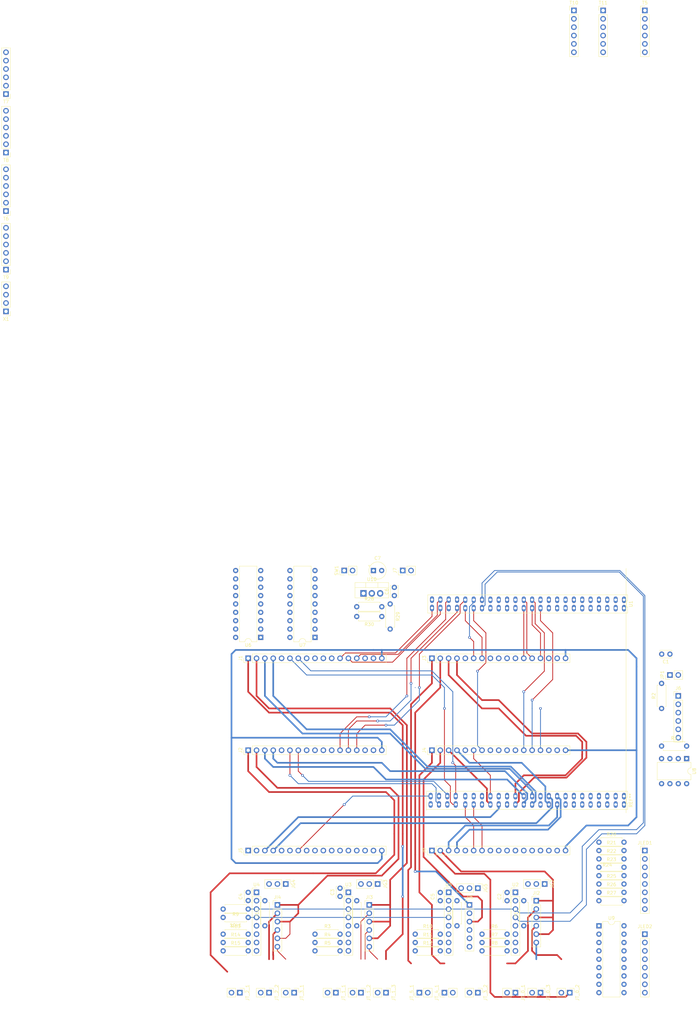
<source format=kicad_pcb>
(kicad_pcb (version 20171130) (host pcbnew "(5.1.10-1-10_14)")
  (layers (0 F.Cu signal) (31 B.Cu signal) (34 B.Paste user hide) (35 F.Paste user hide) (36 B.SilkS user) (37 F.SilkS user) (38 B.Mask user hide) (39 F.Mask user hide) (44 Edge.Cuts user hide))
  (net 0 "")
  (net 1 12Vunreg)
  (net 2 GND)
  (net 3 "Net-(J1-Pad11)")
  (net 4 "Net-(J1-Pad10)")
  (net 5 "Net-(J1-Pad9)")
  (net 6 "Net-(J1-Pad8)")
  (net 7 "Net-(J1-Pad5)")
  (net 8 "Net-(J2-Pad11)")
  (net 9 "Net-(J2-Pad10)")
  (net 10 "Net-(J2-Pad9)")
  (net 11 "Net-(J2-Pad8)")
  (net 12 "Net-(J2-Pad5)")
  (net 13 "Net-(J3-Pad11)")
  (net 14 "Net-(J3-Pad10)")
  (net 15 "Net-(J3-Pad9)")
  (net 16 "Net-(J3-Pad8)")
  (net 17 "Net-(J3-Pad5)")
  (net 18 "Net-(J4-Pad11)")
  (net 19 "Net-(J4-Pad10)")
  (net 20 "Net-(J4-Pad9)")
  (net 21 "Net-(J4-Pad8)")
  (net 22 "Net-(J4-Pad5)")
  (net 23 CT0_3)
  (net 24 CT0_2)
  (net 25 CT0_1)
  (net 26 PWM0_2)
  (net 27 PWM0_1)
  (net 28 VSENSE0_0)
  (net 29 VSENSE0_1)
  (net 30 TRACK0_0)
  (net 31 CT3_2)
  (net 32 CT3_1)
  (net 33 PWM3_2)
  (net 34 PWM3_1)
  (net 35 VSENSE3_0)
  (net 36 VSENSE3_1)
  (net 37 TRACK3_0)
  (net 38 CT1_3)
  (net 39 CT1_2)
  (net 40 CT1_1)
  (net 41 PWM1_2)
  (net 42 PWM1_1)
  (net 43 VSENSE1_0)
  (net 44 VSENSE1_1)
  (net 45 TRACK1_0)
  (net 46 CT2_3)
  (net 47 CT2_2)
  (net 48 CT2_1)
  (net 49 PWM2_2)
  (net 50 PWM2_1)
  (net 51 VSENSE2_0)
  (net 52 VSENSE2_1)
  (net 53 TRACK2_0)
  (net 54 VSENSE4_1)
  (net 55 VSENSE4_0)
  (net 56 PWM4_1)
  (net 57 CT4_1)
  (net 58 CT4_2)
  (net 59 CT3_3)
  (net 60 CT4_3)
  (net 61 "Net-(J0-Pad11)")
  (net 62 "Net-(J0-Pad10)")
  (net 63 "Net-(J0-Pad9)")
  (net 64 "Net-(J0-Pad8)")
  (net 65 "Net-(J0-Pad5)")
  (net 66 PWM4_2)
  (net 67 TRACK4_0)
  (net 68 I2C1_SDA)
  (net 69 I2C1_SCL)
  (net 70 I2C3_SCL)
  (net 71 I2C3_SDA)
  (net 72 "Net-(T5-Pad6)")
  (net 73 TURN2B)
  (net 74 TURN1A)
  (net 75 TURN1B)
  (net 76 TURN2A)
  (net 77 TURN4A)
  (net 78 TURN4B)
  (net 79 TURN3B)
  (net 80 TURN3A)
  (net 81 "Net-(T6-Pad6)")
  (net 82 "Net-(T6-Pad4)")
  (net 83 "Net-(T6-Pad3)")
  (net 84 "Net-(T6-Pad1)")
  (net 85 "Net-(T7-Pad6)")
  (net 86 "Net-(T7-Pad4)")
  (net 87 "Net-(T7-Pad3)")
  (net 88 "Net-(T7-Pad1)")
  (net 89 3V3)
  (net 90 5V)
  (net 91 "Net-(T8-Pad6)")
  (net 92 "Net-(T8-Pad4)")
  (net 93 "Net-(T8-Pad3)")
  (net 94 "Net-(T8-Pad1)")
  (net 95 "Net-(T9-Pad6)")
  (net 96 "Net-(T9-Pad4)")
  (net 97 "Net-(T9-Pad3)")
  (net 98 "Net-(T9-Pad1)")
  (net 99 TIM_OUT)
  (net 100 TURN8B)
  (net 101 TURN8A)
  (net 102 TURN7B)
  (net 103 TURN7A)
  (net 104 TURN6B)
  (net 105 TURN6A)
  (net 106 TURN5B)
  (net 107 TURN5A)
  (net 108 "Net-(U1-Pad6)")
  (net 109 "Net-(U1-Pad5)")
  (net 110 "Net-(U1-Pad69)")
  (net 111 "Net-(U1-Pad70)")
  (net 112 ETR1)
  (net 113 ROT2)
  (net 114 ROT1)
  (net 115 R5)
  (net 116 R4)
  (net 117 R3)
  (net 118 R2)
  (net 119 R1)
  (net 120 "Net-(T11-Pad1)")
  (net 121 LED2)
  (net 122 SWO)
  (net 123 CT5_3)
  (net 124 CT5_2)
  (net 125 CT5_1)
  (net 126 "Net-(J5-Pad11)")
  (net 127 "Net-(J5-Pad10)")
  (net 128 "Net-(J5-Pad9)")
  (net 129 "Net-(J5-Pad8)")
  (net 130 PWM5_2)
  (net 131 PWM5_1)
  (net 132 "Net-(J5-Pad5)")
  (net 133 VSENSE5_1)
  (net 134 VSENSE5_0)
  (net 135 TRACK5_0)
  (net 136 usb_dp)
  (net 137 usb_dm)
  (net 138 LED1)
  (net 139 "Net-(X1-Pad4)")
  (net 140 "Net-(J0-Pad15)")
  (net 141 "Net-(J1-Pad15)")
  (net 142 "Net-(J2-Pad15)")
  (net 143 "Net-(J3-Pad15)")
  (net 144 "Net-(J4-Pad15)")
  (net 145 "Net-(J5-Pad15)")
  (net 146 "Net-(J6-Pad6)")
  (net 147 "Net-(J6-Pad5)")
  (net 148 TRIG)
  (net 149 +5V)
  (net 150 +12V)
  (net 151 "Net-(JP1-Pad2)")
  (net 152 "Net-(R1-Pad2)")
  (net 153 "Net-(U8-Pad5)")
  (net 154 "Net-(R3-Pad2)")
  (net 155 "Net-(R4-Pad2)")
  (net 156 "Net-(R5-Pad2)")
  (net 157 "Net-(R6-Pad2)")
  (net 158 "Net-(R7-Pad2)")
  (net 159 "Net-(R8-Pad2)")
  (net 160 "Net-(R10-Pad2)")
  (net 161 "Net-(R11-Pad2)")
  (net 162 "Net-(R12-Pad2)")
  (net 163 "Net-(R13-Pad2)")
  (net 164 "Net-(R14-Pad2)")
  (net 165 "Net-(R15-Pad2)")
  (net 166 I1A)
  (net 167 I4A)
  (net 168 I7A)
  (net 169 I10A)
  (net 170 I11A)
  (net 171 I12A)
  (net 172 I1B)
  (net 173 "Net-(JG3-Pad3)")
  (net 174 "Net-(R16-Pad1)")
  (net 175 "Net-(JG2-Pad3)")
  (net 176 "Net-(R17-Pad1)")
  (net 177 "Net-(JG4-Pad3)")
  (net 178 "Net-(R18-Pad1)")
  (net 179 "Net-(JG5-Pad3)")
  (net 180 "Net-(R19-Pad1)")
  (net 181 I3B)
  (net 182 I2B)
  (net 183 I6B)
  (net 184 I5B)
  (net 185 I4B)
  (net 186 I9B)
  (net 187 I8B)
  (net 188 I7B)
  (net 189 I12B)
  (net 190 I11B)
  (net 191 I10B)
  (net 192 "Net-(JLED1-Pad1)")
  (net 193 "Net-(JLED1-Pad3)")
  (net 194 "Net-(JLED1-Pad5)")
  (net 195 "Net-(JLED1-Pad7)")
  (net 196 "Net-(JLED2-Pad1)")
  (net 197 "Net-(JLED2-Pad3)")
  (net 198 "Net-(JLED2-Pad5)")
  (net 199 "Net-(JLED2-Pad7)")
  (net 200 "Net-(JLED1-Pad2)")
  (net 201 "Net-(JLED1-Pad4)")
  (net 202 LED8)
  (net 203 "Net-(JLED1-Pad6)")
  (net 204 LED7)
  (net 205 "Net-(JLED1-Pad8)")
  (net 206 LED6)
  (net 207 "Net-(JLED2-Pad2)")
  (net 208 LED5)
  (net 209 "Net-(JLED2-Pad4)")
  (net 210 LED4)
  (net 211 "Net-(JLED2-Pad6)")
  (net 212 LED3)
  (net 213 "Net-(JLED2-Pad8)")
  (net 214 "Net-(C7-Pad1)")
  (net 215 "Net-(R28-Pad2)")
  (net 216 "Net-(R28-Pad1)")
  (net 217 CAN_TX)
  (net 218 CAN_RX)
  (net 219 BOARD_LED2)
  (net 220 BOARD_LED)
  (net 221 V5)
  (module Connector_PinHeader_2.54mm:PinHeader_1x02_P2.54mm_Vertical (layer F.Cu) (at 100.33 153.67 270)
    (fp_text reference JT_3_1 (at 0 -2.33 90) (layer F.SilkS))
    (fp_text value Screw_Terminal_01x02)
    (pad 2 thru_hole oval (at 0 2.54 270) (size 1.7 1.7) (drill 1) (layers *.Cu *.Mask) (net 186 I9B))
    (pad 1 thru_hole rect (at 0 0 270) (size 1.7 1.7) (drill 1) (layers *.Cu *.Mask) (net 53 TRACK2_0))
  )
  (module Connector_PinHeader_2.54mm:PinHeader_1x02_P2.54mm_Vertical (layer F.Cu) (at 115.57 25.4 90)
    (fp_text reference SW1 (at 0 -2.33 90) (layer F.SilkS))
    (fp_text value SW_DIP_x01)
    (pad 2 thru_hole oval (at 0 2.54 90) (size 1.7 1.7) (drill 1) (layers *.Cu *.Mask) (net 221 V5))
    (pad 1 thru_hole rect (at 0 0 90) (size 1.7 1.7) (drill 1) (layers *.Cu *.Mask) (net 214 "Net-(C7-Pad1)"))
  )
  (module Connector_PinHeader_2.54mm:PinHeader_1x02_P2.54mm_Vertical (layer F.Cu) (at 133.35 25.4 90)
    (fp_text reference J7 (at 0 -2.33 90) (layer F.SilkS))
    (fp_text value Conn_01x02_Female)
    (pad 2 thru_hole oval (at 0 2.54 90) (size 1.7 1.7) (drill 1) (layers *.Cu *.Mask) (net 1 12Vunreg))
    (pad 1 thru_hole rect (at 0 0 90) (size 1.7 1.7) (drill 1) (layers *.Cu *.Mask) (net 2 GND))
  )
  (module Package_TO_SOT_THT:TO-220-3_Vertical (layer F.Cu) (at 121.42 32.34)
    (fp_text reference U10 (at 2.54 -4.27) (layer F.SilkS))
    (fp_text value LM317_TO220)
    (pad 3 thru_hole oval (at 5.08 0) (size 1.905 2) (drill 1.1) (layers *.Cu *.Mask) (net 1 12Vunreg))
    (pad 2 thru_hole oval (at 2.54 0) (size 1.905 2) (drill 1.1) (layers *.Cu *.Mask) (net 214 "Net-(C7-Pad1)"))
    (pad 1 thru_hole rect (at 0 0) (size 1.905 2) (drill 1.1) (layers *.Cu *.Mask) (net 216 "Net-(R28-Pad1)"))
  )
  (module Resistor_THT:R_Axial_DIN0207_L6.3mm_D2.5mm_P7.62mm_Horizontal (layer F.Cu) (at 127 39.37 180)
    (fp_text reference R30 (at 3.81 -2.37) (layer F.SilkS))
    (fp_text value 240)
    (pad 2 thru_hole oval (at 7.62 0 180) (size 1.6 1.6) (drill 0.8) (layers *.Cu *.Mask) (net 216 "Net-(R28-Pad1)"))
    (pad 1 thru_hole circle (at 0 0 180) (size 1.6 1.6) (drill 0.8) (layers *.Cu *.Mask) (net 214 "Net-(C7-Pad1)"))
  )
  (module Resistor_THT:R_Axial_DIN0207_L6.3mm_D2.5mm_P7.62mm_Horizontal (layer F.Cu) (at 129.54 35.56 270)
    (fp_text reference R29 (at 3.81 -2.37 90) (layer F.SilkS))
    (fp_text value 200)
    (pad 2 thru_hole oval (at 7.62 0 270) (size 1.6 1.6) (drill 0.8) (layers *.Cu *.Mask) (net 2 GND))
    (pad 1 thru_hole circle (at 0 0 270) (size 1.6 1.6) (drill 0.8) (layers *.Cu *.Mask) (net 215 "Net-(R28-Pad2)"))
  )
  (module Resistor_THT:R_Axial_DIN0207_L6.3mm_D2.5mm_P7.62mm_Horizontal (layer F.Cu) (at 119.38 36.4)
    (fp_text reference R28 (at 3.81 -2.37) (layer F.SilkS))
    (fp_text value 510)
    (pad 2 thru_hole oval (at 7.62 0) (size 1.6 1.6) (drill 0.8) (layers *.Cu *.Mask) (net 215 "Net-(R28-Pad2)"))
    (pad 1 thru_hole circle (at 0 0) (size 1.6 1.6) (drill 0.8) (layers *.Cu *.Mask) (net 216 "Net-(R28-Pad1)"))
  )
  (module Capacitor_THT:CP_Radial_Tantal_D5.0mm_P2.50mm (layer F.Cu) (at 124.46 25.4)
    (fp_text reference C7 (at 1.25 -3.75) (layer F.SilkS))
    (fp_text value 10µF)
    (pad 2 thru_hole circle (at 2.5 0) (size 1.6 1.6) (drill 0.8) (layers *.Cu *.Mask) (net 2 GND))
    (pad 1 thru_hole rect (at 0 0) (size 1.6 1.6) (drill 0.8) (layers *.Cu *.Mask) (net 214 "Net-(C7-Pad1)"))
  )
  (module Capacitor_THT:C_Disc_D3.4mm_W2.1mm_P2.50mm (layer F.Cu) (at 130.81 33.02 90)
    (fp_text reference C6 (at 1.25 -2.3 90) (layer F.SilkS))
    (fp_text value 0.1µF)
    (pad 2 thru_hole circle (at 2.5 0 90) (size 1.6 1.6) (drill 0.8) (layers *.Cu *.Mask) (net 2 GND))
    (pad 1 thru_hole circle (at 0 0 90) (size 1.6 1.6) (drill 0.8) (layers *.Cu *.Mask) (net 1 12Vunreg))
  )
  (module Connector_PinHeader_2.54mm:PinHeader_1x08_P2.54mm_Vertical (layer F.Cu) (at 207.01 135.89)
    (fp_text reference JLED2 (at 0 -2.33) (layer F.SilkS))
    (fp_text value Conn_01x08_Female)
    (pad 8 thru_hole oval (at 0 17.78) (size 1.7 1.7) (drill 1) (layers *.Cu *.Mask) (net 213 "Net-(JLED2-Pad8)"))
    (pad 7 thru_hole oval (at 0 15.24) (size 1.7 1.7) (drill 1) (layers *.Cu *.Mask) (net 199 "Net-(JLED2-Pad7)"))
    (pad 6 thru_hole oval (at 0 12.7) (size 1.7 1.7) (drill 1) (layers *.Cu *.Mask) (net 211 "Net-(JLED2-Pad6)"))
    (pad 5 thru_hole oval (at 0 10.16) (size 1.7 1.7) (drill 1) (layers *.Cu *.Mask) (net 198 "Net-(JLED2-Pad5)"))
    (pad 4 thru_hole oval (at 0 7.62) (size 1.7 1.7) (drill 1) (layers *.Cu *.Mask) (net 209 "Net-(JLED2-Pad4)"))
    (pad 3 thru_hole oval (at 0 5.08) (size 1.7 1.7) (drill 1) (layers *.Cu *.Mask) (net 197 "Net-(JLED2-Pad3)"))
    (pad 2 thru_hole oval (at 0 2.54) (size 1.7 1.7) (drill 1) (layers *.Cu *.Mask) (net 207 "Net-(JLED2-Pad2)"))
    (pad 1 thru_hole rect (at 0 0) (size 1.7 1.7) (drill 1) (layers *.Cu *.Mask) (net 196 "Net-(JLED2-Pad1)"))
  )
  (module Connector_PinHeader_2.54mm:PinHeader_1x08_P2.54mm_Vertical (layer F.Cu) (at 207.01 110.49)
    (fp_text reference JLED1 (at 0 -2.33) (layer F.SilkS))
    (fp_text value Conn_01x08_Female)
    (pad 8 thru_hole oval (at 0 17.78) (size 1.7 1.7) (drill 1) (layers *.Cu *.Mask) (net 205 "Net-(JLED1-Pad8)"))
    (pad 7 thru_hole oval (at 0 15.24) (size 1.7 1.7) (drill 1) (layers *.Cu *.Mask) (net 195 "Net-(JLED1-Pad7)"))
    (pad 6 thru_hole oval (at 0 12.7) (size 1.7 1.7) (drill 1) (layers *.Cu *.Mask) (net 203 "Net-(JLED1-Pad6)"))
    (pad 5 thru_hole oval (at 0 10.16) (size 1.7 1.7) (drill 1) (layers *.Cu *.Mask) (net 194 "Net-(JLED1-Pad5)"))
    (pad 4 thru_hole oval (at 0 7.62) (size 1.7 1.7) (drill 1) (layers *.Cu *.Mask) (net 201 "Net-(JLED1-Pad4)"))
    (pad 3 thru_hole oval (at 0 5.08) (size 1.7 1.7) (drill 1) (layers *.Cu *.Mask) (net 193 "Net-(JLED1-Pad3)"))
    (pad 2 thru_hole oval (at 0 2.54) (size 1.7 1.7) (drill 1) (layers *.Cu *.Mask) (net 200 "Net-(JLED1-Pad2)"))
    (pad 1 thru_hole rect (at 0 0) (size 1.7 1.7) (drill 1) (layers *.Cu *.Mask) (net 192 "Net-(JLED1-Pad1)"))
  )
  (module Package_DIP:DIP-18_W7.62mm (layer F.Cu) (at 193.04 133.35)
    (fp_text reference U9 (at 3.81 -2.33) (layer F.SilkS))
    (fp_text value ULN2803A)
    (pad 18 thru_hole oval (at 7.62 0) (size 1.6 1.6) (drill 0.8) (layers *.Cu *.Mask) (net 200 "Net-(JLED1-Pad2)"))
    (pad 9 thru_hole oval (at 0 20.32) (size 1.6 1.6) (drill 0.8) (layers *.Cu *.Mask) (net 2 GND))
    (pad 17 thru_hole oval (at 7.62 2.54) (size 1.6 1.6) (drill 0.8) (layers *.Cu *.Mask) (net 201 "Net-(JLED1-Pad4)"))
    (pad 8 thru_hole oval (at 0 17.78) (size 1.6 1.6) (drill 0.8) (layers *.Cu *.Mask) (net 202 LED8))
    (pad 16 thru_hole oval (at 7.62 5.08) (size 1.6 1.6) (drill 0.8) (layers *.Cu *.Mask) (net 203 "Net-(JLED1-Pad6)"))
    (pad 7 thru_hole oval (at 0 15.24) (size 1.6 1.6) (drill 0.8) (layers *.Cu *.Mask) (net 204 LED7))
    (pad 15 thru_hole oval (at 7.62 7.62) (size 1.6 1.6) (drill 0.8) (layers *.Cu *.Mask) (net 205 "Net-(JLED1-Pad8)"))
    (pad 6 thru_hole oval (at 0 12.7) (size 1.6 1.6) (drill 0.8) (layers *.Cu *.Mask) (net 206 LED6))
    (pad 14 thru_hole oval (at 7.62 10.16) (size 1.6 1.6) (drill 0.8) (layers *.Cu *.Mask) (net 207 "Net-(JLED2-Pad2)"))
    (pad 5 thru_hole oval (at 0 10.16) (size 1.6 1.6) (drill 0.8) (layers *.Cu *.Mask) (net 208 LED5))
    (pad 13 thru_hole oval (at 7.62 12.7) (size 1.6 1.6) (drill 0.8) (layers *.Cu *.Mask) (net 209 "Net-(JLED2-Pad4)"))
    (pad 4 thru_hole oval (at 0 7.62) (size 1.6 1.6) (drill 0.8) (layers *.Cu *.Mask) (net 210 LED4))
    (pad 12 thru_hole oval (at 7.62 15.24) (size 1.6 1.6) (drill 0.8) (layers *.Cu *.Mask) (net 211 "Net-(JLED2-Pad6)"))
    (pad 3 thru_hole oval (at 0 5.08) (size 1.6 1.6) (drill 0.8) (layers *.Cu *.Mask) (net 212 LED3))
    (pad 11 thru_hole oval (at 7.62 17.78) (size 1.6 1.6) (drill 0.8) (layers *.Cu *.Mask) (net 213 "Net-(JLED2-Pad8)"))
    (pad 2 thru_hole oval (at 0 2.54) (size 1.6 1.6) (drill 0.8) (layers *.Cu *.Mask) (net 121 LED2))
    (pad 10 thru_hole oval (at 7.62 20.32) (size 1.6 1.6) (drill 0.8) (layers *.Cu *.Mask) (net 90 5V))
    (pad 1 thru_hole rect (at 0 0) (size 1.6 1.6) (drill 0.8) (layers *.Cu *.Mask) (net 138 LED1))
  )
  (module Resistor_THT:R_Axial_DIN0207_L6.3mm_D2.5mm_P7.62mm_Horizontal (layer F.Cu) (at 193.04 125.73)
    (fp_text reference R27 (at 3.81 -2.37) (layer F.SilkS))
    (fp_text value R)
    (pad 2 thru_hole oval (at 7.62 0) (size 1.6 1.6) (drill 0.8) (layers *.Cu *.Mask) (net 199 "Net-(JLED2-Pad7)"))
    (pad 1 thru_hole circle (at 0 0) (size 1.6 1.6) (drill 0.8) (layers *.Cu *.Mask) (net 90 5V))
  )
  (module Resistor_THT:R_Axial_DIN0207_L6.3mm_D2.5mm_P7.62mm_Horizontal (layer F.Cu) (at 193.04 123.19)
    (fp_text reference R26 (at 3.81 -2.37) (layer F.SilkS))
    (fp_text value R)
    (pad 2 thru_hole oval (at 7.62 0) (size 1.6 1.6) (drill 0.8) (layers *.Cu *.Mask) (net 198 "Net-(JLED2-Pad5)"))
    (pad 1 thru_hole circle (at 0 0) (size 1.6 1.6) (drill 0.8) (layers *.Cu *.Mask) (net 90 5V))
  )
  (module Resistor_THT:R_Axial_DIN0207_L6.3mm_D2.5mm_P7.62mm_Horizontal (layer F.Cu) (at 193.04 120.65)
    (fp_text reference R25 (at 3.81 -2.37) (layer F.SilkS))
    (fp_text value R)
    (pad 2 thru_hole oval (at 7.62 0) (size 1.6 1.6) (drill 0.8) (layers *.Cu *.Mask) (net 197 "Net-(JLED2-Pad3)"))
    (pad 1 thru_hole circle (at 0 0) (size 1.6 1.6) (drill 0.8) (layers *.Cu *.Mask) (net 90 5V))
  )
  (module Resistor_THT:R_Axial_DIN0207_L6.3mm_D2.5mm_P7.62mm_Horizontal (layer F.Cu) (at 193.04 118.11)
    (fp_text reference R24 (at 2.54 -3.26) (layer F.SilkS))
    (fp_text value R)
    (pad 2 thru_hole oval (at 7.62 0) (size 1.6 1.6) (drill 0.8) (layers *.Cu *.Mask) (net 196 "Net-(JLED2-Pad1)"))
    (pad 1 thru_hole circle (at 0 0) (size 1.6 1.6) (drill 0.8) (layers *.Cu *.Mask) (net 90 5V))
  )
  (module Resistor_THT:R_Axial_DIN0207_L6.3mm_D2.5mm_P7.62mm_Horizontal (layer F.Cu) (at 193.04 115.57)
    (fp_text reference R23 (at 3.81 -2.37) (layer F.SilkS))
    (fp_text value R)
    (pad 2 thru_hole oval (at 7.62 0) (size 1.6 1.6) (drill 0.8) (layers *.Cu *.Mask) (net 195 "Net-(JLED1-Pad7)"))
    (pad 1 thru_hole circle (at 0 0) (size 1.6 1.6) (drill 0.8) (layers *.Cu *.Mask) (net 90 5V))
  )
  (module Resistor_THT:R_Axial_DIN0207_L6.3mm_D2.5mm_P7.62mm_Horizontal (layer F.Cu) (at 193.04 113.03)
    (fp_text reference R22 (at 3.81 -2.37) (layer F.SilkS))
    (fp_text value R)
    (pad 2 thru_hole oval (at 7.62 0) (size 1.6 1.6) (drill 0.8) (layers *.Cu *.Mask) (net 194 "Net-(JLED1-Pad5)"))
    (pad 1 thru_hole circle (at 0 0) (size 1.6 1.6) (drill 0.8) (layers *.Cu *.Mask) (net 90 5V))
  )
  (module Resistor_THT:R_Axial_DIN0207_L6.3mm_D2.5mm_P7.62mm_Horizontal (layer F.Cu) (at 193.04 110.49)
    (fp_text reference R21 (at 3.81 -2.37) (layer F.SilkS))
    (fp_text value R)
    (pad 2 thru_hole oval (at 7.62 0) (size 1.6 1.6) (drill 0.8) (layers *.Cu *.Mask) (net 193 "Net-(JLED1-Pad3)"))
    (pad 1 thru_hole circle (at 0 0) (size 1.6 1.6) (drill 0.8) (layers *.Cu *.Mask) (net 90 5V))
  )
  (module Resistor_THT:R_Axial_DIN0207_L6.3mm_D2.5mm_P7.62mm_Horizontal (layer F.Cu) (at 193.04 107.95)
    (fp_text reference R20 (at 3.81 -2.37) (layer F.SilkS))
    (fp_text value R)
    (pad 2 thru_hole oval (at 7.62 0) (size 1.6 1.6) (drill 0.8) (layers *.Cu *.Mask) (net 192 "Net-(JLED1-Pad1)"))
    (pad 1 thru_hole circle (at 0 0) (size 1.6 1.6) (drill 0.8) (layers *.Cu *.Mask) (net 90 5V))
  )
  (module Connector_PinHeader_2.54mm:PinHeader_1x02_P2.54mm_Vertical (layer F.Cu) (at 138.43 153.67 90)
    (fp_text reference JT_5_1 (at 0 -2.33 90) (layer F.SilkS))
    (fp_text value Screw_Terminal_01x02)
    (pad 2 thru_hole oval (at 0 2.54 90) (size 1.7 1.7) (drill 1) (layers *.Cu *.Mask) (net 189 I12B))
    (pad 1 thru_hole rect (at 0 0 90) (size 1.7 1.7) (drill 1) (layers *.Cu *.Mask) (net 135 TRACK5_0))
  )
  (module Connector_PinHeader_2.54mm:PinHeader_1x02_P2.54mm_Vertical (layer F.Cu) (at 146.05 153.67 90)
    (fp_text reference JT_4_1 (at 0 -2.33 90) (layer F.SilkS))
    (fp_text value Screw_Terminal_01x02)
    (pad 2 thru_hole oval (at 0 2.54 90) (size 1.7 1.7) (drill 1) (layers *.Cu *.Mask) (net 190 I11B))
    (pad 1 thru_hole rect (at 0 0 90) (size 1.7 1.7) (drill 1) (layers *.Cu *.Mask) (net 67 TRACK4_0))
  )
  (module Connector_PinHeader_2.54mm:PinHeader_1x02_P2.54mm_Vertical (layer F.Cu) (at 156.21 153.67 270)
    (fp_text reference JT_3_2 (at 0 -2.33 90) (layer F.SilkS))
    (fp_text value Screw_Terminal_01x02)
    (pad 2 thru_hole oval (at 0 2.54 270) (size 1.7 1.7) (drill 1) (layers *.Cu *.Mask) (net 191 I10B))
    (pad 1 thru_hole rect (at 0 0 270) (size 1.7 1.7) (drill 1) (layers *.Cu *.Mask) (net 37 TRACK3_0))
  )
  (module Connector_PinHeader_2.54mm:PinHeader_1x02_P2.54mm_Vertical (layer F.Cu) (at 92.71 153.67 270)
    (fp_text reference JT_2_2 (at 0 -2.33 90) (layer F.SilkS))
    (fp_text value Screw_Terminal_01x02)
    (pad 2 thru_hole oval (at 0 2.54 270) (size 1.7 1.7) (drill 1) (layers *.Cu *.Mask) (net 187 I8B))
    (pad 1 thru_hole rect (at 0 0 270) (size 1.7 1.7) (drill 1) (layers *.Cu *.Mask) (net 53 TRACK2_0))
  )
  (module Connector_PinHeader_2.54mm:PinHeader_1x02_P2.54mm_Vertical (layer F.Cu) (at 83.82 153.67 270)
    (fp_text reference JT_2_1 (at 0 -2.33 90) (layer F.SilkS))
    (fp_text value Screw_Terminal_01x02)
    (pad 2 thru_hole oval (at 0 2.54 270) (size 1.7 1.7) (drill 1) (layers *.Cu *.Mask) (net 188 I7B))
    (pad 1 thru_hole rect (at 0 0 270) (size 1.7 1.7) (drill 1) (layers *.Cu *.Mask) (net 53 TRACK2_0))
  )
  (module Connector_PinHeader_2.54mm:PinHeader_1x02_P2.54mm_Vertical (layer F.Cu) (at 128.27 153.67 270)
    (fp_text reference JT_1_3 (at 0 -2.33 90) (layer F.SilkS))
    (fp_text value Screw_Terminal_01x02)
    (pad 2 thru_hole oval (at 0 2.54 270) (size 1.7 1.7) (drill 1) (layers *.Cu *.Mask) (net 183 I6B))
    (pad 1 thru_hole rect (at 0 0 270) (size 1.7 1.7) (drill 1) (layers *.Cu *.Mask) (net 45 TRACK1_0))
  )
  (module Connector_PinHeader_2.54mm:PinHeader_1x02_P2.54mm_Vertical (layer F.Cu) (at 120.65 153.67 270)
    (fp_text reference JT_1_2 (at 0 -2.33 90) (layer F.SilkS))
    (fp_text value Screw_Terminal_01x02)
    (pad 2 thru_hole oval (at 0 2.54 270) (size 1.7 1.7) (drill 1) (layers *.Cu *.Mask) (net 184 I5B))
    (pad 1 thru_hole rect (at 0 0 270) (size 1.7 1.7) (drill 1) (layers *.Cu *.Mask) (net 45 TRACK1_0))
  )
  (module Connector_PinHeader_2.54mm:PinHeader_1x02_P2.54mm_Vertical (layer F.Cu) (at 113.03 153.67 270)
    (fp_text reference JT_1_1 (at 0 -2.33 90) (layer F.SilkS))
    (fp_text value Screw_Terminal_01x02)
    (pad 2 thru_hole oval (at 0 2.54 270) (size 1.7 1.7) (drill 1) (layers *.Cu *.Mask) (net 185 I4B))
    (pad 1 thru_hole rect (at 0 0 270) (size 1.7 1.7) (drill 1) (layers *.Cu *.Mask) (net 45 TRACK1_0))
  )
  (module Connector_PinHeader_2.54mm:PinHeader_1x02_P2.54mm_Vertical (layer F.Cu) (at 175.26 153.67 270)
    (fp_text reference JT_0_3 (at 0 -2.33 90) (layer F.SilkS))
    (fp_text value Screw_Terminal_01x02)
    (pad 2 thru_hole oval (at 0 2.54 270) (size 1.7 1.7) (drill 1) (layers *.Cu *.Mask) (net 181 I3B))
    (pad 1 thru_hole rect (at 0 0 270) (size 1.7 1.7) (drill 1) (layers *.Cu *.Mask) (net 30 TRACK0_0))
  )
  (module Connector_PinHeader_2.54mm:PinHeader_1x02_P2.54mm_Vertical (layer F.Cu) (at 184.15 153.67 270)
    (fp_text reference JT_0_2 (at 0 -2.33 90) (layer F.SilkS))
    (fp_text value Screw_Terminal_01x02)
    (pad 2 thru_hole oval (at 0 2.54 270) (size 1.7 1.7) (drill 1) (layers *.Cu *.Mask) (net 182 I2B))
    (pad 1 thru_hole rect (at 0 0 270) (size 1.7 1.7) (drill 1) (layers *.Cu *.Mask) (net 30 TRACK0_0))
  )
  (module Connector_PinHeader_2.54mm:PinHeader_1x06_P2.54mm_Vertical (layer F.Cu) (at 153.67 127)
    (fp_text reference JI5 (at 0 -2.33) (layer F.SilkS))
    (fp_text value Conn_01x06_Female)
    (pad 6 thru_hole oval (at 0 12.7) (size 1.7 1.7) (drill 1) (layers *.Cu *.Mask) (net 189 I12B))
    (pad 5 thru_hole oval (at 0 10.16) (size 1.7 1.7) (drill 1) (layers *.Cu *.Mask) (net 171 I12A))
    (pad 4 thru_hole oval (at 0 7.62) (size 1.7 1.7) (drill 1) (layers *.Cu *.Mask) (net 190 I11B))
    (pad 3 thru_hole oval (at 0 5.08) (size 1.7 1.7) (drill 1) (layers *.Cu *.Mask) (net 170 I11A))
    (pad 2 thru_hole oval (at 0 2.54) (size 1.7 1.7) (drill 1) (layers *.Cu *.Mask) (net 191 I10B))
    (pad 1 thru_hole rect (at 0 0) (size 1.7 1.7) (drill 1) (layers *.Cu *.Mask) (net 169 I10A))
  )
  (module Connector_PinHeader_2.54mm:PinHeader_1x06_P2.54mm_Vertical (layer F.Cu) (at 95.25 127)
    (fp_text reference JI4 (at 0 -2.33) (layer F.SilkS))
    (fp_text value Conn_01x06_Female)
    (pad 6 thru_hole oval (at 0 12.7) (size 1.7 1.7) (drill 1) (layers *.Cu *.Mask) (net 186 I9B))
    (pad 5 thru_hole oval (at 0 10.16) (size 1.7 1.7) (drill 1) (layers *.Cu *.Mask) (net 168 I7A))
    (pad 4 thru_hole oval (at 0 7.62) (size 1.7 1.7) (drill 1) (layers *.Cu *.Mask) (net 187 I8B))
    (pad 3 thru_hole oval (at 0 5.08) (size 1.7 1.7) (drill 1) (layers *.Cu *.Mask) (net 168 I7A))
    (pad 2 thru_hole oval (at 0 2.54) (size 1.7 1.7) (drill 1) (layers *.Cu *.Mask) (net 188 I7B))
    (pad 1 thru_hole rect (at 0 0) (size 1.7 1.7) (drill 1) (layers *.Cu *.Mask) (net 168 I7A))
  )
  (module Connector_PinHeader_2.54mm:PinHeader_1x06_P2.54mm_Vertical (layer F.Cu) (at 123.19 127)
    (fp_text reference JI3 (at 0 -2.33) (layer F.SilkS))
    (fp_text value Conn_01x06_Female)
    (pad 6 thru_hole oval (at 0 12.7) (size 1.7 1.7) (drill 1) (layers *.Cu *.Mask) (net 183 I6B))
    (pad 5 thru_hole oval (at 0 10.16) (size 1.7 1.7) (drill 1) (layers *.Cu *.Mask) (net 167 I4A))
    (pad 4 thru_hole oval (at 0 7.62) (size 1.7 1.7) (drill 1) (layers *.Cu *.Mask) (net 184 I5B))
    (pad 3 thru_hole oval (at 0 5.08) (size 1.7 1.7) (drill 1) (layers *.Cu *.Mask) (net 167 I4A))
    (pad 2 thru_hole oval (at 0 2.54) (size 1.7 1.7) (drill 1) (layers *.Cu *.Mask) (net 185 I4B))
    (pad 1 thru_hole rect (at 0 0) (size 1.7 1.7) (drill 1) (layers *.Cu *.Mask) (net 167 I4A))
  )
  (module Connector_PinHeader_2.54mm:PinHeader_1x06_P2.54mm_Vertical (layer F.Cu) (at 173.99 125.73)
    (fp_text reference JI2 (at 0 -2.33) (layer F.SilkS))
    (fp_text value Conn_01x06_Female)
    (pad 6 thru_hole oval (at 0 12.7) (size 1.7 1.7) (drill 1) (layers *.Cu *.Mask) (net 181 I3B))
    (pad 5 thru_hole oval (at 0 10.16) (size 1.7 1.7) (drill 1) (layers *.Cu *.Mask) (net 166 I1A))
    (pad 4 thru_hole oval (at 0 7.62) (size 1.7 1.7) (drill 1) (layers *.Cu *.Mask) (net 182 I2B))
    (pad 3 thru_hole oval (at 0 5.08) (size 1.7 1.7) (drill 1) (layers *.Cu *.Mask) (net 166 I1A))
    (pad 2 thru_hole oval (at 0 2.54) (size 1.7 1.7) (drill 1) (layers *.Cu *.Mask) (net 172 I1B))
    (pad 1 thru_hole rect (at 0 0) (size 1.7 1.7) (drill 1) (layers *.Cu *.Mask) (net 166 I1A))
  )
  (module Connector_PinHeader_2.54mm:PinHeader_1x03_P2.54mm_Vertical (layer F.Cu) (at 156.21 121.92 270)
    (fp_text reference JG5 (at 0 -2.33 90) (layer F.SilkS))
    (fp_text value Conn_01x03_Female)
    (pad 3 thru_hole oval (at 0 5.08 270) (size 1.7 1.7) (drill 1) (layers *.Cu *.Mask) (net 179 "Net-(JG5-Pad3)"))
    (pad 2 thru_hole oval (at 0 2.54 270) (size 1.7 1.7) (drill 1) (layers *.Cu *.Mask) (net 2 GND))
    (pad 1 thru_hole rect (at 0 0 270) (size 1.7 1.7) (drill 1) (layers *.Cu *.Mask) (net 2 GND))
  )
  (module Connector_PinHeader_2.54mm:PinHeader_1x03_P2.54mm_Vertical (layer F.Cu) (at 97.79 120.65 270)
    (fp_text reference JG4 (at 0 -2.33 90) (layer F.SilkS))
    (fp_text value Conn_01x03_Female)
    (pad 3 thru_hole oval (at 0 5.08 270) (size 1.7 1.7) (drill 1) (layers *.Cu *.Mask) (net 177 "Net-(JG4-Pad3)"))
    (pad 2 thru_hole oval (at 0 2.54 270) (size 1.7 1.7) (drill 1) (layers *.Cu *.Mask) (net 2 GND))
    (pad 1 thru_hole rect (at 0 0 270) (size 1.7 1.7) (drill 1) (layers *.Cu *.Mask) (net 2 GND))
  )
  (module Connector_PinHeader_2.54mm:PinHeader_1x03_P2.54mm_Vertical (layer F.Cu) (at 125.73 120.65 270)
    (fp_text reference JG3 (at 0 -2.33 90) (layer F.SilkS))
    (fp_text value Conn_01x03_Female)
    (pad 3 thru_hole oval (at 0 5.08 270) (size 1.7 1.7) (drill 1) (layers *.Cu *.Mask) (net 173 "Net-(JG3-Pad3)"))
    (pad 2 thru_hole oval (at 0 2.54 270) (size 1.7 1.7) (drill 1) (layers *.Cu *.Mask) (net 2 GND))
    (pad 1 thru_hole rect (at 0 0 270) (size 1.7 1.7) (drill 1) (layers *.Cu *.Mask) (net 2 GND))
  )
  (module Connector_PinHeader_2.54mm:PinHeader_1x03_P2.54mm_Vertical (layer F.Cu) (at 176.53 120.65 270)
    (fp_text reference JG2 (at 0 -2.33 90) (layer F.SilkS))
    (fp_text value Conn_01x03_Female)
    (pad 3 thru_hole oval (at 0 5.08 270) (size 1.7 1.7) (drill 1) (layers *.Cu *.Mask) (net 175 "Net-(JG2-Pad3)"))
    (pad 2 thru_hole oval (at 0 2.54 270) (size 1.7 1.7) (drill 1) (layers *.Cu *.Mask) (net 2 GND))
    (pad 1 thru_hole rect (at 0 0 270) (size 1.7 1.7) (drill 1) (layers *.Cu *.Mask) (net 2 GND))
  )
  (module Resistor_THT:R_Axial_DIN0207_L6.3mm_D2.5mm_P7.62mm_Horizontal (layer F.Cu) (at 149.86 133.35 90)
    (fp_text reference R19 (at 3.81 -2.37 90) (layer F.SilkS))
    (fp_text value 10k)
    (pad 2 thru_hole oval (at 7.62 0 90) (size 1.6 1.6) (drill 0.8) (layers *.Cu *.Mask) (net 179 "Net-(JG5-Pad3)"))
    (pad 1 thru_hole circle (at 0 0 90) (size 1.6 1.6) (drill 0.8) (layers *.Cu *.Mask) (net 180 "Net-(R19-Pad1)"))
  )
  (module Resistor_THT:R_Axial_DIN0207_L6.3mm_D2.5mm_P7.62mm_Horizontal (layer F.Cu) (at 91.44 133.35 90)
    (fp_text reference R18 (at 3.81 -2.37 90) (layer F.SilkS))
    (fp_text value 10k)
    (pad 2 thru_hole oval (at 7.62 0 90) (size 1.6 1.6) (drill 0.8) (layers *.Cu *.Mask) (net 177 "Net-(JG4-Pad3)"))
    (pad 1 thru_hole circle (at 0 0 90) (size 1.6 1.6) (drill 0.8) (layers *.Cu *.Mask) (net 178 "Net-(R18-Pad1)"))
  )
  (module Resistor_THT:R_Axial_DIN0207_L6.3mm_D2.5mm_P7.62mm_Horizontal (layer F.Cu) (at 170.18 133.35 90)
    (fp_text reference R17 (at 3.81 -2.37 90) (layer F.SilkS))
    (fp_text value 10k)
    (pad 2 thru_hole oval (at 7.62 0 90) (size 1.6 1.6) (drill 0.8) (layers *.Cu *.Mask) (net 175 "Net-(JG2-Pad3)"))
    (pad 1 thru_hole circle (at 0 0 90) (size 1.6 1.6) (drill 0.8) (layers *.Cu *.Mask) (net 176 "Net-(R17-Pad1)"))
  )
  (module Resistor_THT:R_Axial_DIN0207_L6.3mm_D2.5mm_P7.62mm_Horizontal (layer F.Cu) (at 119.38 133.35 90)
    (fp_text reference R16 (at 3.81 -2.37 90) (layer F.SilkS))
    (fp_text value 10k)
    (pad 2 thru_hole oval (at 7.62 0 90) (size 1.6 1.6) (drill 0.8) (layers *.Cu *.Mask) (net 173 "Net-(JG3-Pad3)"))
    (pad 1 thru_hole circle (at 0 0 90) (size 1.6 1.6) (drill 0.8) (layers *.Cu *.Mask) (net 174 "Net-(R16-Pad1)"))
  )
  (module Connector_PinHeader_2.54mm:PinHeader_1x02_P2.54mm_Vertical (layer F.Cu) (at 167.64 153.67 270)
    (fp_text reference JT_0_1 (at 0 -2.33 90) (layer F.SilkS))
    (fp_text value Screw_Terminal_01x02)
    (pad 2 thru_hole oval (at 0 2.54 270) (size 1.7 1.7) (drill 1) (layers *.Cu *.Mask) (net 172 I1B))
    (pad 1 thru_hole rect (at 0 0 270) (size 1.7 1.7) (drill 1) (layers *.Cu *.Mask) (net 30 TRACK0_0))
  )
  (module Capacitor_THT:C_Disc_D3.4mm_W2.1mm_P2.50mm (layer F.Cu) (at 214.63 50.8 180)
    (fp_text reference C1 (at 1.25 -2.3) (layer F.SilkS))
    (fp_text value 100nF)
    (pad 1 thru_hole circle (at 0 0 180) (size 1.6 1.6) (drill 0.8) (layers *.Cu *.Mask) (net 2 GND))
    (pad 2 thru_hole circle (at 2.5 0 180) (size 1.6 1.6) (drill 0.8) (layers *.Cu *.Mask) (net 149 +5V))
  )
  (module Capacitor_THT:C_Disc_D3.4mm_W2.1mm_P2.50mm (layer F.Cu) (at 86.36 125.69 90)
    (fp_text reference C4 (at 1.25 -2.3 90) (layer F.SilkS))
    (fp_text value 100nF)
    (pad 2 thru_hole circle (at 2.5 0 90) (size 1.6 1.6) (drill 0.8) (layers *.Cu *.Mask) (net 89 3V3))
    (pad 1 thru_hole circle (at 0 0 90) (size 1.6 1.6) (drill 0.8) (layers *.Cu *.Mask) (net 2 GND))
  )
  (module Capacitor_THT:C_Disc_D3.4mm_W2.1mm_P2.50mm (layer F.Cu) (at 144.78 125.73 90)
    (fp_text reference C5 (at 1.25 -2.3 90) (layer F.SilkS))
    (fp_text value 100nF)
    (pad 2 thru_hole circle (at 2.5 0 90) (size 1.6 1.6) (drill 0.8) (layers *.Cu *.Mask) (net 89 3V3))
    (pad 1 thru_hole circle (at 0 0 90) (size 1.6 1.6) (drill 0.8) (layers *.Cu *.Mask) (net 2 GND))
  )
  (module Capacitor_THT:C_Disc_D3.4mm_W2.1mm_P2.50mm (layer F.Cu) (at 165.1 125.73 90)
    (fp_text reference C2 (at 1.25 -2.3 90) (layer F.SilkS))
    (fp_text value 100nF)
    (pad 2 thru_hole circle (at 2.5 0 90) (size 1.6 1.6) (drill 0.8) (layers *.Cu *.Mask) (net 89 3V3))
    (pad 1 thru_hole circle (at 0 0 90) (size 1.6 1.6) (drill 0.8) (layers *.Cu *.Mask) (net 2 GND))
  )
  (module Capacitor_THT:C_Disc_D3.4mm_W2.1mm_P2.50mm (layer F.Cu) (at 114.3 124.42 90)
    (fp_text reference C3 (at 1.25 -2.3 90) (layer F.SilkS))
    (fp_text value 100nF)
    (pad 2 thru_hole circle (at 2.5 0 90) (size 1.6 1.6) (drill 0.8) (layers *.Cu *.Mask) (net 89 3V3))
    (pad 1 thru_hole circle (at 0 0 90) (size 1.6 1.6) (drill 0.8) (layers *.Cu *.Mask) (net 2 GND))
  )
  (module Resistor_THT:R_Axial_DIN0207_L6.3mm_D2.5mm_P7.62mm_Horizontal (layer F.Cu) (at 78.74 140.97)
    (fp_text reference R15 (at 3.81 -2.37) (layer F.SilkS))
    (fp_text value 10k)
    (pad 2 thru_hole oval (at 7.62 0) (size 1.6 1.6) (drill 0.8) (layers *.Cu *.Mask) (net 165 "Net-(R15-Pad2)"))
    (pad 1 thru_hole circle (at 0 0) (size 1.6 1.6) (drill 0.8) (layers *.Cu *.Mask) (net 89 3V3))
  )
  (module Resistor_THT:R_Axial_DIN0207_L6.3mm_D2.5mm_P7.62mm_Horizontal (layer F.Cu) (at 78.74 138.43)
    (fp_text reference R14 (at 3.81 -2.37) (layer F.SilkS))
    (fp_text value 10k)
    (pad 2 thru_hole oval (at 7.62 0) (size 1.6 1.6) (drill 0.8) (layers *.Cu *.Mask) (net 164 "Net-(R14-Pad2)"))
    (pad 1 thru_hole circle (at 0 0) (size 1.6 1.6) (drill 0.8) (layers *.Cu *.Mask) (net 89 3V3))
  )
  (module Resistor_THT:R_Axial_DIN0207_L6.3mm_D2.5mm_P7.62mm_Horizontal (layer F.Cu) (at 78.74 135.89)
    (fp_text reference R13 (at 3.81 -2.37) (layer F.SilkS))
    (fp_text value 10k)
    (pad 2 thru_hole oval (at 7.62 0) (size 1.6 1.6) (drill 0.8) (layers *.Cu *.Mask) (net 163 "Net-(R13-Pad2)"))
    (pad 1 thru_hole circle (at 0 0) (size 1.6 1.6) (drill 0.8) (layers *.Cu *.Mask) (net 89 3V3))
  )
  (module Resistor_THT:R_Axial_DIN0207_L6.3mm_D2.5mm_P7.62mm_Horizontal (layer F.Cu) (at 137.16 140.97)
    (fp_text reference R12 (at 3.81 -2.37) (layer F.SilkS))
    (fp_text value 10k)
    (pad 2 thru_hole oval (at 7.62 0) (size 1.6 1.6) (drill 0.8) (layers *.Cu *.Mask) (net 162 "Net-(R12-Pad2)"))
    (pad 1 thru_hole circle (at 0 0) (size 1.6 1.6) (drill 0.8) (layers *.Cu *.Mask) (net 89 3V3))
  )
  (module Resistor_THT:R_Axial_DIN0207_L6.3mm_D2.5mm_P7.62mm_Horizontal (layer F.Cu) (at 137.16 138.43)
    (fp_text reference R11 (at 3.81 -2.37) (layer F.SilkS))
    (fp_text value 10k)
    (pad 2 thru_hole oval (at 7.62 0) (size 1.6 1.6) (drill 0.8) (layers *.Cu *.Mask) (net 161 "Net-(R11-Pad2)"))
    (pad 1 thru_hole circle (at 0 0) (size 1.6 1.6) (drill 0.8) (layers *.Cu *.Mask) (net 89 3V3))
  )
  (module Resistor_THT:R_Axial_DIN0207_L6.3mm_D2.5mm_P7.62mm_Horizontal (layer F.Cu) (at 137.16 135.89)
    (fp_text reference R10 (at 3.81 -2.37) (layer F.SilkS))
    (fp_text value 10k)
    (pad 2 thru_hole oval (at 7.62 0) (size 1.6 1.6) (drill 0.8) (layers *.Cu *.Mask) (net 160 "Net-(R10-Pad2)"))
    (pad 1 thru_hole circle (at 0 0) (size 1.6 1.6) (drill 0.8) (layers *.Cu *.Mask) (net 89 3V3))
  )
  (module Resistor_THT:R_Axial_DIN0207_L6.3mm_D2.5mm_P7.62mm_Horizontal (layer F.Cu) (at 86.36 128.27 180)
    (fp_text reference R9 (at 3.81 -1.58 180) (layer F.SilkS))
    (fp_text value 10k)
    (pad 2 thru_hole oval (at 7.62 0 180) (size 1.6 1.6) (drill 0.8) (layers *.Cu *.Mask) (net 2 GND))
    (pad 1 thru_hole circle (at 0 0 180) (size 1.6 1.6) (drill 0.8) (layers *.Cu *.Mask) (net 70 I2C3_SCL))
  )
  (module Resistor_THT:R_Axial_DIN0207_L6.3mm_D2.5mm_P7.62mm_Horizontal (layer F.Cu) (at 157.48 140.97)
    (fp_text reference R8 (at 3.81 -2.37) (layer F.SilkS))
    (fp_text value 10k)
    (pad 2 thru_hole oval (at 7.62 0) (size 1.6 1.6) (drill 0.8) (layers *.Cu *.Mask) (net 159 "Net-(R8-Pad2)"))
    (pad 1 thru_hole circle (at 0 0) (size 1.6 1.6) (drill 0.8) (layers *.Cu *.Mask) (net 89 3V3))
  )
  (module Resistor_THT:R_Axial_DIN0207_L6.3mm_D2.5mm_P7.62mm_Horizontal (layer F.Cu) (at 157.48 138.43)
    (fp_text reference R7 (at 3.81 -2.37) (layer F.SilkS))
    (fp_text value 10k)
    (pad 2 thru_hole oval (at 7.62 0) (size 1.6 1.6) (drill 0.8) (layers *.Cu *.Mask) (net 158 "Net-(R7-Pad2)"))
    (pad 1 thru_hole circle (at 0 0) (size 1.6 1.6) (drill 0.8) (layers *.Cu *.Mask) (net 89 3V3))
  )
  (module Resistor_THT:R_Axial_DIN0207_L6.3mm_D2.5mm_P7.62mm_Horizontal (layer F.Cu) (at 157.48 135.89)
    (fp_text reference R6 (at 3.81 -2.37) (layer F.SilkS))
    (fp_text value 10k)
    (pad 2 thru_hole oval (at 7.62 0) (size 1.6 1.6) (drill 0.8) (layers *.Cu *.Mask) (net 157 "Net-(R6-Pad2)"))
    (pad 1 thru_hole circle (at 0 0) (size 1.6 1.6) (drill 0.8) (layers *.Cu *.Mask) (net 89 3V3))
  )
  (module Resistor_THT:R_Axial_DIN0207_L6.3mm_D2.5mm_P7.62mm_Horizontal (layer F.Cu) (at 106.68 140.97)
    (fp_text reference R5 (at 3.81 -2.37) (layer F.SilkS))
    (fp_text value 10k)
    (pad 2 thru_hole oval (at 7.62 0) (size 1.6 1.6) (drill 0.8) (layers *.Cu *.Mask) (net 156 "Net-(R5-Pad2)"))
    (pad 1 thru_hole circle (at 0 0) (size 1.6 1.6) (drill 0.8) (layers *.Cu *.Mask) (net 89 3V3))
  )
  (module Resistor_THT:R_Axial_DIN0207_L6.3mm_D2.5mm_P7.62mm_Horizontal (layer F.Cu) (at 106.68 138.43)
    (fp_text reference R4 (at 3.81 -2.37) (layer F.SilkS))
    (fp_text value 10k)
    (pad 2 thru_hole oval (at 7.62 0) (size 1.6 1.6) (drill 0.8) (layers *.Cu *.Mask) (net 155 "Net-(R4-Pad2)"))
    (pad 1 thru_hole circle (at 0 0) (size 1.6 1.6) (drill 0.8) (layers *.Cu *.Mask) (net 89 3V3))
  )
  (module Resistor_THT:R_Axial_DIN0207_L6.3mm_D2.5mm_P7.62mm_Horizontal (layer F.Cu) (at 106.68 135.89)
    (fp_text reference R3 (at 3.81 -2.37) (layer F.SilkS))
    (fp_text value 10k)
    (pad 2 thru_hole oval (at 7.62 0) (size 1.6 1.6) (drill 0.8) (layers *.Cu *.Mask) (net 154 "Net-(R3-Pad2)"))
    (pad 1 thru_hole circle (at 0 0) (size 1.6 1.6) (drill 0.8) (layers *.Cu *.Mask) (net 89 3V3))
  )
  (module Resistor_THT:R_Axial_DIN0207_L6.3mm_D2.5mm_P7.62mm_Horizontal (layer F.Cu) (at 86.36 130.81 180)
    (fp_text reference 10k1 (at 3.81 -2.37) (layer F.SilkS))
    (fp_text value R)
    (pad 2 thru_hole oval (at 7.62 0 180) (size 1.6 1.6) (drill 0.8) (layers *.Cu *.Mask) (net 2 GND))
    (pad 1 thru_hole circle (at 0 0 180) (size 1.6 1.6) (drill 0.8) (layers *.Cu *.Mask) (net 71 I2C3_SDA))
  )
  (module Connector_PinHeader_2.54mm:PinHeader_1x04_P2.54mm_Vertical (layer F.Cu) (at 12.7 -53.34 180)
    (fp_text reference X1 (at 0 -2.33) (layer F.SilkS))
    (fp_text value Screw_Terminal_01x04)
    (pad 4 thru_hole oval (at 0 7.62 180) (size 1.7 1.7) (drill 1) (layers *.Cu *.Mask) (net 139 "Net-(X1-Pad4)"))
    (pad 3 thru_hole oval (at 0 5.08 180) (size 1.7 1.7) (drill 1) (layers *.Cu *.Mask) (net 90 5V))
    (pad 2 thru_hole oval (at 0 2.54 180) (size 1.7 1.7) (drill 1) (layers *.Cu *.Mask) (net 2 GND))
    (pad 1 thru_hole rect (at 0 0 180) (size 1.7 1.7) (drill 1) (layers *.Cu *.Mask) (net 1 12Vunreg))
  )
  (module Package_DIP:DIP-8_W7.62mm (layer F.Cu) (at 219.71 82.55 270)
    (fp_text reference U8 (at 3.81 -2.33 90) (layer F.SilkS))
    (fp_text value MCP2551-I-P)
    (pad 1 thru_hole rect (at 0 0 270) (size 1.6 1.6) (drill 0.8) (layers *.Cu *.Mask) (net 217 CAN_TX))
    (pad 5 thru_hole oval (at 7.62 7.62 270) (size 1.6 1.6) (drill 0.8) (layers *.Cu *.Mask) (net 153 "Net-(U8-Pad5)"))
    (pad 2 thru_hole oval (at 0 2.54 270) (size 1.6 1.6) (drill 0.8) (layers *.Cu *.Mask) (net 2 GND))
    (pad 6 thru_hole oval (at 7.62 5.08 270) (size 1.6 1.6) (drill 0.8) (layers *.Cu *.Mask) (net 146 "Net-(J6-Pad6)"))
    (pad 3 thru_hole oval (at 0 5.08 270) (size 1.6 1.6) (drill 0.8) (layers *.Cu *.Mask) (net 149 +5V))
    (pad 7 thru_hole oval (at 7.62 2.54 270) (size 1.6 1.6) (drill 0.8) (layers *.Cu *.Mask) (net 147 "Net-(J6-Pad5)"))
    (pad 4 thru_hole oval (at 0 7.62 270) (size 1.6 1.6) (drill 0.8) (layers *.Cu *.Mask) (net 218 CAN_RX))
    (pad 8 thru_hole oval (at 7.62 0 270) (size 1.6 1.6) (drill 0.8) (layers *.Cu *.Mask) (net 152 "Net-(R1-Pad2)"))
  )
  (module Package_DIP:DIP-18_W7.62mm (layer F.Cu) (at 106.68 45.72 180)
    (fp_text reference U7 (at 3.81 -2.33) (layer F.SilkS))
    (fp_text value ULN2803A)
    (pad 18 thru_hole oval (at 7.62 0 180) (size 1.6 1.6) (drill 0.8) (layers *.Cu *.Mask) (net 94 "Net-(T8-Pad1)"))
    (pad 9 thru_hole oval (at 0 20.32 180) (size 1.6 1.6) (drill 0.8) (layers *.Cu *.Mask) (net 2 GND))
    (pad 17 thru_hole oval (at 7.62 2.54 180) (size 1.6 1.6) (drill 0.8) (layers *.Cu *.Mask) (net 93 "Net-(T8-Pad3)"))
    (pad 8 thru_hole oval (at 0 17.78 180) (size 1.6 1.6) (drill 0.8) (layers *.Cu *.Mask) (net 100 TURN8B))
    (pad 16 thru_hole oval (at 7.62 5.08 180) (size 1.6 1.6) (drill 0.8) (layers *.Cu *.Mask) (net 92 "Net-(T8-Pad4)"))
    (pad 7 thru_hole oval (at 0 15.24 180) (size 1.6 1.6) (drill 0.8) (layers *.Cu *.Mask) (net 101 TURN8A))
    (pad 15 thru_hole oval (at 7.62 7.62 180) (size 1.6 1.6) (drill 0.8) (layers *.Cu *.Mask) (net 91 "Net-(T8-Pad6)"))
    (pad 6 thru_hole oval (at 0 12.7 180) (size 1.6 1.6) (drill 0.8) (layers *.Cu *.Mask) (net 102 TURN7B))
    (pad 14 thru_hole oval (at 7.62 10.16 180) (size 1.6 1.6) (drill 0.8) (layers *.Cu *.Mask) (net 98 "Net-(T9-Pad1)"))
    (pad 5 thru_hole oval (at 0 10.16 180) (size 1.6 1.6) (drill 0.8) (layers *.Cu *.Mask) (net 103 TURN7A))
    (pad 13 thru_hole oval (at 7.62 12.7 180) (size 1.6 1.6) (drill 0.8) (layers *.Cu *.Mask) (net 97 "Net-(T9-Pad3)"))
    (pad 4 thru_hole oval (at 0 7.62 180) (size 1.6 1.6) (drill 0.8) (layers *.Cu *.Mask) (net 104 TURN6B))
    (pad 12 thru_hole oval (at 7.62 15.24 180) (size 1.6 1.6) (drill 0.8) (layers *.Cu *.Mask) (net 96 "Net-(T9-Pad4)"))
    (pad 3 thru_hole oval (at 0 5.08 180) (size 1.6 1.6) (drill 0.8) (layers *.Cu *.Mask) (net 105 TURN6A))
    (pad 11 thru_hole oval (at 7.62 17.78 180) (size 1.6 1.6) (drill 0.8) (layers *.Cu *.Mask) (net 95 "Net-(T9-Pad6)"))
    (pad 2 thru_hole oval (at 0 2.54 180) (size 1.6 1.6) (drill 0.8) (layers *.Cu *.Mask) (net 106 TURN5B))
    (pad 10 thru_hole oval (at 7.62 20.32 180) (size 1.6 1.6) (drill 0.8) (layers *.Cu *.Mask) (net 1 12Vunreg))
    (pad 1 thru_hole rect (at 0 0 180) (size 1.6 1.6) (drill 0.8) (layers *.Cu *.Mask) (net 107 TURN5A))
  )
  (module Package_DIP:DIP-18_W7.62mm (layer F.Cu) (at 90.17 45.72 180)
    (fp_text reference U6 (at 3.81 -2.33) (layer F.SilkS))
    (fp_text value ULN2803A)
    (pad 18 thru_hole oval (at 7.62 0 180) (size 1.6 1.6) (drill 0.8) (layers *.Cu *.Mask) (net 84 "Net-(T6-Pad1)"))
    (pad 9 thru_hole oval (at 0 20.32 180) (size 1.6 1.6) (drill 0.8) (layers *.Cu *.Mask) (net 2 GND))
    (pad 17 thru_hole oval (at 7.62 2.54 180) (size 1.6 1.6) (drill 0.8) (layers *.Cu *.Mask) (net 83 "Net-(T6-Pad3)"))
    (pad 8 thru_hole oval (at 0 17.78 180) (size 1.6 1.6) (drill 0.8) (layers *.Cu *.Mask) (net 78 TURN4B))
    (pad 16 thru_hole oval (at 7.62 5.08 180) (size 1.6 1.6) (drill 0.8) (layers *.Cu *.Mask) (net 82 "Net-(T6-Pad4)"))
    (pad 7 thru_hole oval (at 0 15.24 180) (size 1.6 1.6) (drill 0.8) (layers *.Cu *.Mask) (net 77 TURN4A))
    (pad 15 thru_hole oval (at 7.62 7.62 180) (size 1.6 1.6) (drill 0.8) (layers *.Cu *.Mask) (net 81 "Net-(T6-Pad6)"))
    (pad 6 thru_hole oval (at 0 12.7 180) (size 1.6 1.6) (drill 0.8) (layers *.Cu *.Mask) (net 79 TURN3B))
    (pad 14 thru_hole oval (at 7.62 10.16 180) (size 1.6 1.6) (drill 0.8) (layers *.Cu *.Mask) (net 88 "Net-(T7-Pad1)"))
    (pad 5 thru_hole oval (at 0 10.16 180) (size 1.6 1.6) (drill 0.8) (layers *.Cu *.Mask) (net 80 TURN3A))
    (pad 13 thru_hole oval (at 7.62 12.7 180) (size 1.6 1.6) (drill 0.8) (layers *.Cu *.Mask) (net 87 "Net-(T7-Pad3)"))
    (pad 4 thru_hole oval (at 0 7.62 180) (size 1.6 1.6) (drill 0.8) (layers *.Cu *.Mask) (net 73 TURN2B))
    (pad 12 thru_hole oval (at 7.62 15.24 180) (size 1.6 1.6) (drill 0.8) (layers *.Cu *.Mask) (net 86 "Net-(T7-Pad4)"))
    (pad 3 thru_hole oval (at 0 5.08 180) (size 1.6 1.6) (drill 0.8) (layers *.Cu *.Mask) (net 76 TURN2A))
    (pad 11 thru_hole oval (at 7.62 17.78 180) (size 1.6 1.6) (drill 0.8) (layers *.Cu *.Mask) (net 85 "Net-(T7-Pad6)"))
    (pad 2 thru_hole oval (at 0 2.54 180) (size 1.6 1.6) (drill 0.8) (layers *.Cu *.Mask) (net 75 TURN1B))
    (pad 10 thru_hole oval (at 7.62 20.32 180) (size 1.6 1.6) (drill 0.8) (layers *.Cu *.Mask) (net 1 12Vunreg))
    (pad 1 thru_hole rect (at 0 0 180) (size 1.6 1.6) (drill 0.8) (layers *.Cu *.Mask) (net 74 TURN1A))
  )
  (module Connector_PinHeader_2.54mm:PinHeader_1x08_P2.54mm_Vertical (layer F.Cu) (at 147.32 123.19)
    (fp_text reference U5 (at 0 -2.33) (layer F.SilkS))
    (fp_text value ModuleINA3221)
    (pad 8 thru_hole oval (at 0 17.78) (size 1.7 1.7) (drill 1) (layers *.Cu *.Mask) (net 162 "Net-(R12-Pad2)"))
    (pad 7 thru_hole oval (at 0 15.24) (size 1.7 1.7) (drill 1) (layers *.Cu *.Mask) (net 161 "Net-(R11-Pad2)"))
    (pad 6 thru_hole oval (at 0 12.7) (size 1.7 1.7) (drill 1) (layers *.Cu *.Mask) (net 160 "Net-(R10-Pad2)"))
    (pad 5 thru_hole oval (at 0 10.16) (size 1.7 1.7) (drill 1) (layers *.Cu *.Mask) (net 180 "Net-(R19-Pad1)"))
    (pad 4 thru_hole oval (at 0 7.62) (size 1.7 1.7) (drill 1) (layers *.Cu *.Mask) (net 71 I2C3_SDA))
    (pad 3 thru_hole oval (at 0 5.08) (size 1.7 1.7) (drill 1) (layers *.Cu *.Mask) (net 70 I2C3_SCL))
    (pad 2 thru_hole oval (at 0 2.54) (size 1.7 1.7) (drill 1) (layers *.Cu *.Mask) (net 2 GND))
    (pad 1 thru_hole rect (at 0 0) (size 1.7 1.7) (drill 1) (layers *.Cu *.Mask) (net 89 3V3))
  )
  (module Connector_PinHeader_2.54mm:PinHeader_1x08_P2.54mm_Vertical (layer F.Cu) (at 88.9 123.19)
    (fp_text reference U4 (at 0 -2.33) (layer F.SilkS))
    (fp_text value ModuleINA3221)
    (pad 8 thru_hole oval (at 0 17.78) (size 1.7 1.7) (drill 1) (layers *.Cu *.Mask) (net 165 "Net-(R15-Pad2)"))
    (pad 7 thru_hole oval (at 0 15.24) (size 1.7 1.7) (drill 1) (layers *.Cu *.Mask) (net 164 "Net-(R14-Pad2)"))
    (pad 6 thru_hole oval (at 0 12.7) (size 1.7 1.7) (drill 1) (layers *.Cu *.Mask) (net 163 "Net-(R13-Pad2)"))
    (pad 5 thru_hole oval (at 0 10.16) (size 1.7 1.7) (drill 1) (layers *.Cu *.Mask) (net 178 "Net-(R18-Pad1)"))
    (pad 4 thru_hole oval (at 0 7.62) (size 1.7 1.7) (drill 1) (layers *.Cu *.Mask) (net 71 I2C3_SDA))
    (pad 3 thru_hole oval (at 0 5.08) (size 1.7 1.7) (drill 1) (layers *.Cu *.Mask) (net 70 I2C3_SCL))
    (pad 2 thru_hole oval (at 0 2.54) (size 1.7 1.7) (drill 1) (layers *.Cu *.Mask) (net 2 GND))
    (pad 1 thru_hole rect (at 0 0) (size 1.7 1.7) (drill 1) (layers *.Cu *.Mask) (net 89 3V3))
  )
  (module Connector_PinHeader_2.54mm:PinHeader_1x08_P2.54mm_Vertical (layer F.Cu) (at 116.84 123.19)
    (fp_text reference U3 (at 0 -2.33) (layer F.SilkS))
    (fp_text value ModuleINA3221)
    (pad 8 thru_hole oval (at 0 17.78) (size 1.7 1.7) (drill 1) (layers *.Cu *.Mask) (net 156 "Net-(R5-Pad2)"))
    (pad 7 thru_hole oval (at 0 15.24) (size 1.7 1.7) (drill 1) (layers *.Cu *.Mask) (net 155 "Net-(R4-Pad2)"))
    (pad 6 thru_hole oval (at 0 12.7) (size 1.7 1.7) (drill 1) (layers *.Cu *.Mask) (net 154 "Net-(R3-Pad2)"))
    (pad 5 thru_hole oval (at 0 10.16) (size 1.7 1.7) (drill 1) (layers *.Cu *.Mask) (net 174 "Net-(R16-Pad1)"))
    (pad 4 thru_hole oval (at 0 7.62) (size 1.7 1.7) (drill 1) (layers *.Cu *.Mask) (net 71 I2C3_SDA))
    (pad 3 thru_hole oval (at 0 5.08) (size 1.7 1.7) (drill 1) (layers *.Cu *.Mask) (net 70 I2C3_SCL))
    (pad 2 thru_hole oval (at 0 2.54) (size 1.7 1.7) (drill 1) (layers *.Cu *.Mask) (net 2 GND))
    (pad 1 thru_hole rect (at 0 0) (size 1.7 1.7) (drill 1) (layers *.Cu *.Mask) (net 89 3V3))
  )
  (module Connector_PinHeader_2.54mm:PinHeader_1x08_P2.54mm_Vertical (layer F.Cu) (at 167.64 123.19)
    (fp_text reference U2 (at 0 -2.33) (layer F.SilkS))
    (fp_text value ModuleINA3221)
    (pad 8 thru_hole oval (at 0 17.78) (size 1.7 1.7) (drill 1) (layers *.Cu *.Mask) (net 159 "Net-(R8-Pad2)"))
    (pad 7 thru_hole oval (at 0 15.24) (size 1.7 1.7) (drill 1) (layers *.Cu *.Mask) (net 158 "Net-(R7-Pad2)"))
    (pad 6 thru_hole oval (at 0 12.7) (size 1.7 1.7) (drill 1) (layers *.Cu *.Mask) (net 157 "Net-(R6-Pad2)"))
    (pad 5 thru_hole oval (at 0 10.16) (size 1.7 1.7) (drill 1) (layers *.Cu *.Mask) (net 176 "Net-(R17-Pad1)"))
    (pad 4 thru_hole oval (at 0 7.62) (size 1.7 1.7) (drill 1) (layers *.Cu *.Mask) (net 71 I2C3_SDA))
    (pad 3 thru_hole oval (at 0 5.08) (size 1.7 1.7) (drill 1) (layers *.Cu *.Mask) (net 70 I2C3_SCL))
    (pad 2 thru_hole oval (at 0 2.54) (size 1.7 1.7) (drill 1) (layers *.Cu *.Mask) (net 2 GND))
    (pad 1 thru_hole rect (at 0 0) (size 1.7 1.7) (drill 1) (layers *.Cu *.Mask) (net 89 3V3))
  )
  (module Module:STM32_F4XXrev (layer F.Cu) (at 177.8 74.93 270)
    (fp_text reference U1 (at -39.37 -24.96 90) (layer F.SilkS))
    (fp_text value STM32_F4xx)
    (fp_text user REF** (at 20.3 -24.96 90) (layer F.SilkS))
    (pad 94 thru_hole oval (at 21.54936 33.40952 180) (size 1.2 2) (drill 0.8) (layers *.Cu *.Mask) (net 50 PWM2_1))
    (pad 91 thru_hole oval (at 19.00936 30.86952 180) (size 1.2 2) (drill 0.8) (layers *.Cu *.Mask) (net 49 PWM2_2))
    (pad 92 thru_hole oval (at 21.54936 30.86952 180) (size 1.2 2) (drill 0.8) (layers *.Cu *.Mask) (net 104 TURN6B))
    (pad 89 thru_hole oval (at 19.00936 28.32952 180) (size 1.2 2) (drill 0.8) (layers *.Cu *.Mask) (net 41 PWM1_2))
    (pad 90 thru_hole oval (at 21.54936 28.32952 180) (size 1.2 2) (drill 0.8) (layers *.Cu *.Mask) (net 42 PWM1_1))
    (pad 95 thru_hole oval (at 19.00936 35.94952 180) (size 1.2 2) (drill 0.8) (layers *.Cu *.Mask) (net 130 PWM5_2))
    (pad 96 thru_hole oval (at 21.54936 35.94952 180) (size 1.2 2) (drill 0.8) (layers *.Cu *.Mask) (net 76 TURN2A))
    (pad 93 thru_hole oval (at 19.00936 33.40952 180) (size 1.2 2) (drill 0.8) (layers *.Cu *.Mask) (net 74 TURN1A))
    (pad 46 thru_hole oval (at -38.14064 32.98952 180) (size 1.2 2) (drill 0.8) (layers *.Cu *.Mask) (net 39 CT1_2))
    (pad 43 thru_hole oval (at -40.68064 30.44952 180) (size 1.2 2) (drill 0.8) (layers *.Cu *.Mask) (net 48 CT2_1))
    (pad 44 thru_hole oval (at -38.14064 30.44952 180) (size 1.2 2) (drill 0.8) (layers *.Cu *.Mask) (net 114 ROT1))
    (pad 41 thru_hole oval (at -40.68064 27.90952 180) (size 1.2 2) (drill 0.8) (layers *.Cu *.Mask) (net 113 ROT2))
    (pad 42 thru_hole oval (at -38.14064 27.90952 180) (size 1.2 2) (drill 0.8) (layers *.Cu *.Mask) (net 47 CT2_2))
    (pad 47 thru_hole oval (at -40.68064 35.52952 180) (size 1.2 2) (drill 0.8) (layers *.Cu *.Mask) (net 131 PWM5_1))
    (pad 48 thru_hole oval (at -38.14064 35.52952 180) (size 1.2 2) (drill 0.8) (layers *.Cu *.Mask) (net 40 CT1_1))
    (pad 45 thru_hole oval (at -40.68064 32.98952 180) (size 1.2 2) (drill 0.8) (layers *.Cu *.Mask) (net 38 CT1_3))
    (pad 2 thru_hole oval (at -38.1 -22.86 180) (size 1.2 2) (drill 0.8) (layers *.Cu *.Mask) (net 89 3V3))
    (pad 1 thru_hole oval (at -40.64 -22.86 180) (size 1.2 2) (drill 0.8) (layers *.Cu *.Mask) (net 89 3V3))
    (pad 4 thru_hole oval (at -38.1 -20.32 180) (size 1.2 2) (drill 0.8) (layers *.Cu *.Mask) (net 89 3V3))
    (pad 3 thru_hole oval (at -40.64 -20.32 180) (size 1.2 2) (drill 0.8) (layers *.Cu *.Mask) (net 89 3V3))
    (pad 6 thru_hole oval (at -38.1 -17.78 180) (size 1.2 2) (drill 0.8) (layers *.Cu *.Mask) (net 108 "Net-(U1-Pad6)"))
    (pad 5 thru_hole oval (at -40.64 -17.78 180) (size 1.2 2) (drill 0.8) (layers *.Cu *.Mask) (net 109 "Net-(U1-Pad5)"))
    (pad 8 thru_hole oval (at -38.1 -15.24 180) (size 1.2 2) (drill 0.8) (layers *.Cu *.Mask) (net 2 GND))
    (pad 7 thru_hole oval (at -40.64 -15.24 180) (size 1.2 2) (drill 0.8) (layers *.Cu *.Mask) (net 2 GND))
    (pad 10 thru_hole oval (at -38.1 -12.7 180) (size 1.2 2) (drill 0.8) (layers *.Cu *.Mask) (net 2 GND))
    (pad 9 thru_hole oval (at -40.64 -12.7 180) (size 1.2 2) (drill 0.8) (layers *.Cu *.Mask) (net 2 GND))
    (pad 12 thru_hole oval (at -38.1 -10.16 180) (size 1.2 2) (drill 0.8) (layers *.Cu *.Mask) (net 100 TURN8B))
    (pad 11 thru_hole oval (at -40.64 -10.16 180) (size 1.2 2) (drill 0.8) (layers *.Cu *.Mask) (net 101 TURN8A))
    (pad 14 thru_hole oval (at -38.1 -7.62 180) (size 1.2 2) (drill 0.8) (layers *.Cu *.Mask) (net 217 CAN_TX))
    (pad 13 thru_hole oval (at -40.64 -7.62 180) (size 1.2 2) (drill 0.8) (layers *.Cu *.Mask) (net 218 CAN_RX))
    (pad 16 thru_hole oval (at -38.1 -5.08 180) (size 1.2 2) (drill 0.8) (layers *.Cu *.Mask) (net 68 I2C1_SDA))
    (pad 15 thru_hole oval (at -40.64 -5.08 180) (size 1.2 2) (drill 0.8) (layers *.Cu *.Mask) (net 69 I2C1_SCL))
    (pad 18 thru_hole oval (at -38.1 -2.54 180) (size 1.2 2) (drill 0.8) (layers *.Cu *.Mask) (net 73 TURN2B))
    (pad 17 thru_hole oval (at -40.64 -2.54 180) (size 1.2 2) (drill 0.8) (layers *.Cu *.Mask) (net 122 SWO))
    (pad 20 thru_hole oval (at -38.1 0 180) (size 1.2 2) (drill 0.8) (layers *.Cu *.Mask) (net 79 TURN3B))
    (pad 19 thru_hole oval (at -40.64 0 180) (size 1.2 2) (drill 0.8) (layers *.Cu *.Mask) (net 80 TURN3A))
    (pad 22 thru_hole oval (at -38.1 2.54 180) (size 1.2 2) (drill 0.8) (layers *.Cu *.Mask) (net 58 CT4_2))
    (pad 21 thru_hole oval (at -40.64 2.54 180) (size 1.2 2) (drill 0.8) (layers *.Cu *.Mask) (net 60 CT4_3))
    (pad 24 thru_hole oval (at -38.1 5.08 180) (size 1.2 2) (drill 0.8) (layers *.Cu *.Mask) (net 59 CT3_3))
    (pad 23 thru_hole oval (at -40.64 5.08 180) (size 1.2 2) (drill 0.8) (layers *.Cu *.Mask) (net 57 CT4_1))
    (pad 26 thru_hole oval (at -38.1 7.62 180) (size 1.2 2) (drill 0.8) (layers *.Cu *.Mask) (net 32 CT3_1))
    (pad 25 thru_hole oval (at -40.64 7.62 180) (size 1.2 2) (drill 0.8) (layers *.Cu *.Mask) (net 31 CT3_2))
    (pad 28 thru_hole oval (at -38.1 10.16 180) (size 1.2 2) (drill 0.8) (layers *.Cu *.Mask) (net 106 TURN5B))
    (pad 27 thru_hole oval (at -40.64 10.16 180) (size 1.2 2) (drill 0.8) (layers *.Cu *.Mask) (net 103 TURN7A))
    (pad 30 thru_hole oval (at -38.1 12.7 180) (size 1.2 2) (drill 0.8) (layers *.Cu *.Mask) (net 102 TURN7B))
    (pad 29 thru_hole oval (at -40.64 12.7 180) (size 1.2 2) (drill 0.8) (layers *.Cu *.Mask) (net 115 R5))
    (pad 32 thru_hole oval (at -38.1 15.24 180) (size 1.2 2) (drill 0.8) (layers *.Cu *.Mask) (net 136 usb_dp))
    (pad 31 thru_hole oval (at -40.64 15.24 180) (size 1.2 2) (drill 0.8) (layers *.Cu *.Mask) (net 137 usb_dm))
    (pad 34 thru_hole oval (at -38.1 17.78 180) (size 1.2 2) (drill 0.8) (layers *.Cu *.Mask) (net 118 R2))
    (pad 33 thru_hole oval (at -40.64 17.78 180) (size 1.2 2) (drill 0.8) (layers *.Cu *.Mask) (net 119 R1))
    (pad 36 thru_hole oval (at -38.1 20.32 180) (size 1.2 2) (drill 0.8) (layers *.Cu *.Mask) (net 70 I2C3_SCL))
    (pad 35 thru_hole oval (at -40.64 20.32 180) (size 1.2 2) (drill 0.8) (layers *.Cu *.Mask) (net 71 I2C3_SDA))
    (pad 38 thru_hole oval (at -38.1 22.86 180) (size 1.2 2) (drill 0.8) (layers *.Cu *.Mask) (net 66 PWM4_2))
    (pad 37 thru_hole oval (at -40.64 22.86 180) (size 1.2 2) (drill 0.8) (layers *.Cu *.Mask) (net 34 PWM3_1))
    (pad 40 thru_hole oval (at -38.1 25.4 180) (size 1.2 2) (drill 0.8) (layers *.Cu *.Mask) (net 33 PWM3_2))
    (pad 39 thru_hole oval (at -40.64 25.4 180) (size 1.2 2) (drill 0.8) (layers *.Cu *.Mask) (net 46 CT2_3))
    (pad 58 thru_hole oval (at 21.57 -12.7 180) (size 1.2 2) (drill 0.8) (layers *.Cu *.Mask) (net 2 GND))
    (pad 66 thru_hole oval (at 21.57 -2.54 180) (size 1.2 2) (drill 0.8) (layers *.Cu *.Mask) (net 28 VSENSE0_0))
    (pad 88 thru_hole oval (at 21.57 25.4 180) (size 1.2 2) (drill 0.8) (layers *.Cu *.Mask) (net 27 PWM0_1))
    (pad 59 thru_hole oval (at 19.03 -10.16 180) (size 1.2 2) (drill 0.8) (layers *.Cu *.Mask) (net 24 CT0_2))
    (pad 61 thru_hole oval (at 19.03 -7.62 180) (size 1.2 2) (drill 0.8) (layers *.Cu *.Mask) (net 25 CT0_1))
    (pad 62 thru_hole oval (at 21.57 -7.62 180) (size 1.2 2) (drill 0.8) (layers *.Cu *.Mask) (net 77 TURN4A))
    (pad 52 thru_hole oval (at 21.57 -20.32 180) (size 1.2 2) (drill 0.8) (layers *.Cu *.Mask) (net 90 5V))
    (pad 63 thru_hole oval (at 19.03 -5.08 180) (size 1.2 2) (drill 0.8) (layers *.Cu *.Mask) (net 107 TURN5A))
    (pad 86 thru_hole oval (at 21.57 22.86 180) (size 1.2 2) (drill 0.8) (layers *.Cu *.Mask) (net 26 PWM0_2))
    (pad 87 thru_hole oval (at 19.03 25.4 180) (size 1.2 2) (drill 0.8) (layers *.Cu *.Mask) (net 123 CT5_3))
    (pad 85 thru_hole oval (at 19.03 22.86 180) (size 1.2 2) (drill 0.8) (layers *.Cu *.Mask) (net 124 CT5_2))
    (pad 55 thru_hole oval (at 19.03 -15.24 180) (size 1.2 2) (drill 0.8) (layers *.Cu *.Mask) (net 89 3V3))
    (pad 77 thru_hole oval (at 19.03 12.7 180) (size 1.2 2) (drill 0.8) (layers *.Cu *.Mask) (net 219 BOARD_LED2))
    (pad 67 thru_hole oval (at 19.03 0 180) (size 1.2 2) (drill 0.8) (layers *.Cu *.Mask) (net 133 VSENSE5_1))
    (pad 57 thru_hole oval (at 19.03 -12.7 180) (size 1.2 2) (drill 0.8) (layers *.Cu *.Mask) (net 2 GND))
    (pad 78 thru_hole oval (at 21.57 12.7 180) (size 1.2 2) (drill 0.8) (layers *.Cu *.Mask) (net 220 BOARD_LED))
    (pad 75 thru_hole oval (at 19.03 10.16 180) (size 1.2 2) (drill 0.8) (layers *.Cu *.Mask) (net 35 VSENSE3_0))
    (pad 76 thru_hole oval (at 21.57 10.16 180) (size 1.2 2) (drill 0.8) (layers *.Cu *.Mask) (net 36 VSENSE3_1))
    (pad 49 thru_hole oval (at 19.03 -22.86 180) (size 1.2 2) (drill 0.8) (layers *.Cu *.Mask) (net 90 5V))
    (pad 71 thru_hole oval (at 19.03 5.08 180) (size 1.2 2) (drill 0.8) (layers *.Cu *.Mask) (net 43 VSENSE1_0))
    (pad 72 thru_hole oval (at 21.57 5.08 180) (size 1.2 2) (drill 0.8) (layers *.Cu *.Mask) (net 44 VSENSE1_1))
    (pad 69 thru_hole oval (at 19.03 2.54 180) (size 1.2 2) (drill 0.8) (layers *.Cu *.Mask) (net 110 "Net-(U1-Pad69)"))
    (pad 70 thru_hole oval (at 21.57 2.54 180) (size 1.2 2) (drill 0.8) (layers *.Cu *.Mask) (net 111 "Net-(U1-Pad70)"))
    (pad 50 thru_hole oval (at 21.57 -22.86 180) (size 1.2 2) (drill 0.8) (layers *.Cu *.Mask) (net 90 5V))
    (pad 73 thru_hole oval (at 19.03 7.62 180) (size 1.2 2) (drill 0.8) (layers *.Cu *.Mask) (net 51 VSENSE2_0))
    (pad 74 thru_hole oval (at 21.57 7.62 180) (size 1.2 2) (drill 0.8) (layers *.Cu *.Mask) (net 52 VSENSE2_1))
    (pad 64 thru_hole oval (at 21.57 -5.08 180) (size 1.2 2) (drill 0.8) (layers *.Cu *.Mask) (net 78 TURN4B))
    (pad 54 thru_hole oval (at 21.57 -17.78 180) (size 1.2 2) (drill 0.8) (layers *.Cu *.Mask) (net 89 3V3))
    (pad 68 thru_hole oval (at 21.57 0 180) (size 1.2 2) (drill 0.8) (layers *.Cu *.Mask) (net 54 VSENSE4_1))
    (pad 53 thru_hole oval (at 19.03 -17.78 180) (size 1.2 2) (drill 0.8) (layers *.Cu *.Mask) (net 89 3V3))
    (pad 56 thru_hole oval (at 21.57 -15.24 180) (size 1.2 2) (drill 0.8) (layers *.Cu *.Mask) (net 89 3V3))
    (pad 83 thru_hole oval (at 19.03 20.32 180) (size 1.2 2) (drill 0.8) (layers *.Cu *.Mask) (net 125 CT5_1))
    (pad 84 thru_hole oval (at 21.57 20.32 180) (size 1.2 2) (drill 0.8) (layers *.Cu *.Mask) (net 112 ETR1))
    (pad 81 thru_hole oval (at 19.03 17.78 180) (size 1.2 2) (drill 0.8) (layers *.Cu *.Mask) (net 56 PWM4_1))
    (pad 80 thru_hole oval (at 21.57 15.24 180) (size 1.2 2) (drill 0.8) (layers *.Cu *.Mask) (net 134 VSENSE5_0))
    (pad 82 thru_hole oval (at 21.57 17.78 180) (size 1.2 2) (drill 0.8) (layers *.Cu *.Mask) (net 55 VSENSE4_0))
    (pad 79 thru_hole oval (at 19.03 15.24 180) (size 1.2 2) (drill 0.8) (layers *.Cu *.Mask) (net 105 TURN6A))
    (pad 51 thru_hole oval (at 19.03 -20.32 180) (size 1.2 2) (drill 0.8) (layers *.Cu *.Mask) (net 90 5V))
    (pad 60 thru_hole oval (at 21.57 -10.16 180) (size 1.2 2) (drill 0.8) (layers *.Cu *.Mask) (net 23 CT0_3))
    (pad 65 thru_hole oval (at 19.03 -2.54 180) (size 1.2 2) (drill 0.8) (layers *.Cu *.Mask) (net 29 VSENSE0_1))
  )
  (module Connector_PinHeader_2.54mm:PinHeader_1x06_P2.54mm_Vertical (layer F.Cu) (at 194.31 -144.78)
    (fp_text reference T11 (at 0 -2.33) (layer F.SilkS))
    (fp_text value Screw_Terminal_01x06)
    (pad 6 thru_hole oval (at 0 12.7) (size 1.7 1.7) (drill 1) (layers *.Cu *.Mask) (net 115 R5))
    (pad 5 thru_hole oval (at 0 10.16) (size 1.7 1.7) (drill 1) (layers *.Cu *.Mask) (net 116 R4))
    (pad 4 thru_hole oval (at 0 7.62) (size 1.7 1.7) (drill 1) (layers *.Cu *.Mask) (net 117 R3))
    (pad 3 thru_hole oval (at 0 5.08) (size 1.7 1.7) (drill 1) (layers *.Cu *.Mask) (net 118 R2))
    (pad 2 thru_hole oval (at 0 2.54) (size 1.7 1.7) (drill 1) (layers *.Cu *.Mask) (net 119 R1))
    (pad 1 thru_hole rect (at 0 0) (size 1.7 1.7) (drill 1) (layers *.Cu *.Mask) (net 120 "Net-(T11-Pad1)"))
  )
  (module Connector_PinHeader_2.54mm:PinHeader_1x06_P2.54mm_Vertical (layer F.Cu) (at 185.42 -144.78)
    (fp_text reference T10 (at 0 -2.33) (layer F.SilkS))
    (fp_text value Screw_Terminal_01x06)
    (pad 6 thru_hole oval (at 0 12.7) (size 1.7 1.7) (drill 1) (layers *.Cu *.Mask) (net 114 ROT1))
    (pad 5 thru_hole oval (at 0 10.16) (size 1.7 1.7) (drill 1) (layers *.Cu *.Mask) (net 113 ROT2))
    (pad 4 thru_hole oval (at 0 7.62) (size 1.7 1.7) (drill 1) (layers *.Cu *.Mask) (net 69 I2C1_SCL))
    (pad 3 thru_hole oval (at 0 5.08) (size 1.7 1.7) (drill 1) (layers *.Cu *.Mask) (net 68 I2C1_SDA))
    (pad 2 thru_hole oval (at 0 2.54) (size 1.7 1.7) (drill 1) (layers *.Cu *.Mask) (net 89 3V3))
    (pad 1 thru_hole rect (at 0 0) (size 1.7 1.7) (drill 1) (layers *.Cu *.Mask) (net 2 GND))
  )
  (module Connector_PinHeader_2.54mm:PinHeader_1x06_P2.54mm_Vertical (layer F.Cu) (at 12.7 -66.04 180)
    (fp_text reference T9 (at 0 -2.33) (layer F.SilkS))
    (fp_text value Screw_Terminal_01x06)
    (pad 6 thru_hole oval (at 0 12.7 180) (size 1.7 1.7) (drill 1) (layers *.Cu *.Mask) (net 95 "Net-(T9-Pad6)"))
    (pad 5 thru_hole oval (at 0 10.16 180) (size 1.7 1.7) (drill 1) (layers *.Cu *.Mask) (net 1 12Vunreg))
    (pad 4 thru_hole oval (at 0 7.62 180) (size 1.7 1.7) (drill 1) (layers *.Cu *.Mask) (net 96 "Net-(T9-Pad4)"))
    (pad 3 thru_hole oval (at 0 5.08 180) (size 1.7 1.7) (drill 1) (layers *.Cu *.Mask) (net 97 "Net-(T9-Pad3)"))
    (pad 2 thru_hole oval (at 0 2.54 180) (size 1.7 1.7) (drill 1) (layers *.Cu *.Mask) (net 1 12Vunreg))
    (pad 1 thru_hole rect (at 0 0 180) (size 1.7 1.7) (drill 1) (layers *.Cu *.Mask) (net 98 "Net-(T9-Pad1)"))
  )
  (module Connector_PinHeader_2.54mm:PinHeader_1x06_P2.54mm_Vertical (layer F.Cu) (at 12.7 -101.6 180)
    (fp_text reference T8 (at 0 -2.33) (layer F.SilkS))
    (fp_text value Screw_Terminal_01x06)
    (pad 6 thru_hole oval (at 0 12.7 180) (size 1.7 1.7) (drill 1) (layers *.Cu *.Mask) (net 91 "Net-(T8-Pad6)"))
    (pad 5 thru_hole oval (at 0 10.16 180) (size 1.7 1.7) (drill 1) (layers *.Cu *.Mask) (net 1 12Vunreg))
    (pad 4 thru_hole oval (at 0 7.62 180) (size 1.7 1.7) (drill 1) (layers *.Cu *.Mask) (net 92 "Net-(T8-Pad4)"))
    (pad 3 thru_hole oval (at 0 5.08 180) (size 1.7 1.7) (drill 1) (layers *.Cu *.Mask) (net 93 "Net-(T8-Pad3)"))
    (pad 2 thru_hole oval (at 0 2.54 180) (size 1.7 1.7) (drill 1) (layers *.Cu *.Mask) (net 1 12Vunreg))
    (pad 1 thru_hole rect (at 0 0 180) (size 1.7 1.7) (drill 1) (layers *.Cu *.Mask) (net 94 "Net-(T8-Pad1)"))
  )
  (module Connector_PinHeader_2.54mm:PinHeader_1x06_P2.54mm_Vertical (layer F.Cu) (at 12.7 -119.38 180)
    (fp_text reference T7 (at 0 -2.33) (layer F.SilkS))
    (fp_text value Screw_Terminal_01x06)
    (pad 6 thru_hole oval (at 0 12.7 180) (size 1.7 1.7) (drill 1) (layers *.Cu *.Mask) (net 85 "Net-(T7-Pad6)"))
    (pad 5 thru_hole oval (at 0 10.16 180) (size 1.7 1.7) (drill 1) (layers *.Cu *.Mask) (net 1 12Vunreg))
    (pad 4 thru_hole oval (at 0 7.62 180) (size 1.7 1.7) (drill 1) (layers *.Cu *.Mask) (net 86 "Net-(T7-Pad4)"))
    (pad 3 thru_hole oval (at 0 5.08 180) (size 1.7 1.7) (drill 1) (layers *.Cu *.Mask) (net 87 "Net-(T7-Pad3)"))
    (pad 2 thru_hole oval (at 0 2.54 180) (size 1.7 1.7) (drill 1) (layers *.Cu *.Mask) (net 1 12Vunreg))
    (pad 1 thru_hole rect (at 0 0 180) (size 1.7 1.7) (drill 1) (layers *.Cu *.Mask) (net 88 "Net-(T7-Pad1)"))
  )
  (module Connector_PinHeader_2.54mm:PinHeader_1x06_P2.54mm_Vertical (layer F.Cu) (at 12.7 -83.82 180)
    (fp_text reference T6 (at 0 -2.33) (layer F.SilkS))
    (fp_text value Screw_Terminal_01x06)
    (pad 6 thru_hole oval (at 0 12.7 180) (size 1.7 1.7) (drill 1) (layers *.Cu *.Mask) (net 81 "Net-(T6-Pad6)"))
    (pad 5 thru_hole oval (at 0 10.16 180) (size 1.7 1.7) (drill 1) (layers *.Cu *.Mask) (net 1 12Vunreg))
    (pad 4 thru_hole oval (at 0 7.62 180) (size 1.7 1.7) (drill 1) (layers *.Cu *.Mask) (net 82 "Net-(T6-Pad4)"))
    (pad 3 thru_hole oval (at 0 5.08 180) (size 1.7 1.7) (drill 1) (layers *.Cu *.Mask) (net 83 "Net-(T6-Pad3)"))
    (pad 2 thru_hole oval (at 0 2.54 180) (size 1.7 1.7) (drill 1) (layers *.Cu *.Mask) (net 1 12Vunreg))
    (pad 1 thru_hole rect (at 0 0 180) (size 1.7 1.7) (drill 1) (layers *.Cu *.Mask) (net 84 "Net-(T6-Pad1)"))
  )
  (module Connector_PinHeader_2.54mm:PinHeader_1x06_P2.54mm_Vertical (layer F.Cu) (at 207.01 -144.78)
    (fp_text reference T5 (at 0 -2.33) (layer F.SilkS))
    (fp_text value Screw_Terminal_01x06)
    (pad 6 thru_hole oval (at 0 12.7) (size 1.7 1.7) (drill 1) (layers *.Cu *.Mask) (net 72 "Net-(T5-Pad6)"))
    (pad 5 thru_hole oval (at 0 10.16) (size 1.7 1.7) (drill 1) (layers *.Cu *.Mask) (net 112 ETR1))
    (pad 4 thru_hole oval (at 0 7.62) (size 1.7 1.7) (drill 1) (layers *.Cu *.Mask) (net 69 I2C1_SCL))
    (pad 3 thru_hole oval (at 0 5.08) (size 1.7 1.7) (drill 1) (layers *.Cu *.Mask) (net 68 I2C1_SDA))
    (pad 2 thru_hole oval (at 0 2.54) (size 1.7 1.7) (drill 1) (layers *.Cu *.Mask) (net 99 TIM_OUT))
    (pad 1 thru_hole rect (at 0 0) (size 1.7 1.7) (drill 1) (layers *.Cu *.Mask) (net 2 GND))
  )
  (module Resistor_THT:R_Axial_DIN0207_L6.3mm_D2.5mm_P7.62mm_Horizontal (layer F.Cu) (at 212.09 67.31 90)
    (fp_text reference R2 (at 3.81 -2.37 90) (layer F.SilkS))
    (fp_text value 120)
    (pad 1 thru_hole circle (at 0 0 90) (size 1.6 1.6) (drill 0.8) (layers *.Cu *.Mask) (net 147 "Net-(J6-Pad5)"))
    (pad 2 thru_hole oval (at 7.62 0 90) (size 1.6 1.6) (drill 0.8) (layers *.Cu *.Mask) (net 151 "Net-(JP1-Pad2)"))
  )
  (module Resistor_THT:R_Axial_DIN0207_L6.3mm_D2.5mm_P7.62mm_Horizontal (layer F.Cu) (at 212.09 78.74)
    (fp_text reference R1 (at 3.81 -2.37) (layer F.SilkS))
    (fp_text value R)
    (pad 1 thru_hole circle (at 0 0) (size 1.6 1.6) (drill 0.8) (layers *.Cu *.Mask) (net 2 GND))
    (pad 2 thru_hole oval (at 7.62 0) (size 1.6 1.6) (drill 0.8) (layers *.Cu *.Mask) (net 152 "Net-(R1-Pad2)"))
  )
  (module Connector_PinHeader_2.54mm:PinHeader_1x02_P2.54mm_Vertical (layer F.Cu) (at 214.63 57.15 90)
    (fp_text reference JP1 (at 0 -2.33 90) (layer F.SilkS))
    (fp_text value Jumper)
    (pad 1 thru_hole rect (at 0 0 90) (size 1.7 1.7) (drill 1) (layers *.Cu *.Mask) (net 146 "Net-(J6-Pad6)"))
    (pad 2 thru_hole oval (at 0 2.54 90) (size 1.7 1.7) (drill 1) (layers *.Cu *.Mask) (net 151 "Net-(JP1-Pad2)"))
  )
  (module Connector_PinHeader_2.54mm:PinHeader_1x06_P2.54mm_Vertical (layer F.Cu) (at 217.17 63.5)
    (fp_text reference J6 (at 0 -2.33) (layer F.SilkS))
    (fp_text value Conn_01x06_Female)
    (pad 1 thru_hole rect (at 0 0) (size 1.7 1.7) (drill 1) (layers *.Cu *.Mask) (net 150 +12V))
    (pad 2 thru_hole oval (at 0 2.54) (size 1.7 1.7) (drill 1) (layers *.Cu *.Mask) (net 2 GND))
    (pad 3 thru_hole oval (at 0 5.08) (size 1.7 1.7) (drill 1) (layers *.Cu *.Mask) (net 149 +5V))
    (pad 4 thru_hole oval (at 0 7.62) (size 1.7 1.7) (drill 1) (layers *.Cu *.Mask) (net 148 TRIG))
    (pad 5 thru_hole oval (at 0 10.16) (size 1.7 1.7) (drill 1) (layers *.Cu *.Mask) (net 147 "Net-(J6-Pad5)"))
    (pad 6 thru_hole oval (at 0 12.7) (size 1.7 1.7) (drill 1) (layers *.Cu *.Mask) (net 146 "Net-(J6-Pad6)"))
  )
  (module Connector_PinHeader_2.54mm:PinHeader_1x17_P2.54mm_Vertical (layer F.Cu) (at 86.36 110.49 90)
    (fp_text reference J5 (at 0 -2.33 90) (layer F.SilkS))
    (fp_text value Conn_01x18)
    (pad 17 thru_hole oval (at 0 40.64 90) (size 1.7 1.7) (drill 1) (layers *.Cu *.Mask) (net 1 12Vunreg))
    (pad 16 thru_hole oval (at 0 38.1 90) (size 1.7 1.7) (drill 1) (layers *.Cu *.Mask) (net 2 GND))
    (pad 15 thru_hole oval (at 0 35.56 90) (size 1.7 1.7) (drill 1) (layers *.Cu *.Mask) (net 145 "Net-(J5-Pad15)"))
    (pad 14 thru_hole oval (at 0 33.02 90) (size 1.7 1.7) (drill 1) (layers *.Cu *.Mask) (net 123 CT5_3))
    (pad 13 thru_hole oval (at 0 30.48 90) (size 1.7 1.7) (drill 1) (layers *.Cu *.Mask) (net 124 CT5_2))
    (pad 12 thru_hole oval (at 0 27.94 90) (size 1.7 1.7) (drill 1) (layers *.Cu *.Mask) (net 125 CT5_1))
    (pad 11 thru_hole oval (at 0 25.4 90) (size 1.7 1.7) (drill 1) (layers *.Cu *.Mask) (net 126 "Net-(J5-Pad11)"))
    (pad 10 thru_hole oval (at 0 22.86 90) (size 1.7 1.7) (drill 1) (layers *.Cu *.Mask) (net 127 "Net-(J5-Pad10)"))
    (pad 9 thru_hole oval (at 0 20.32 90) (size 1.7 1.7) (drill 1) (layers *.Cu *.Mask) (net 128 "Net-(J5-Pad9)"))
    (pad 8 thru_hole oval (at 0 17.78 90) (size 1.7 1.7) (drill 1) (layers *.Cu *.Mask) (net 129 "Net-(J5-Pad8)"))
    (pad 7 thru_hole oval (at 0 15.24 90) (size 1.7 1.7) (drill 1) (layers *.Cu *.Mask) (net 130 PWM5_2))
    (pad 6 thru_hole oval (at 0 12.7 90) (size 1.7 1.7) (drill 1) (layers *.Cu *.Mask) (net 131 PWM5_1))
    (pad 5 thru_hole oval (at 0 10.16 90) (size 1.7 1.7) (drill 1) (layers *.Cu *.Mask) (net 132 "Net-(J5-Pad5)"))
    (pad 4 thru_hole oval (at 0 7.62 90) (size 1.7 1.7) (drill 1) (layers *.Cu *.Mask) (net 133 VSENSE5_1))
    (pad 3 thru_hole oval (at 0 5.08 90) (size 1.7 1.7) (drill 1) (layers *.Cu *.Mask) (net 134 VSENSE5_0))
    (pad 2 thru_hole oval (at 0 2.54 90) (size 1.7 1.7) (drill 1) (layers *.Cu *.Mask) (net 171 I12A))
    (pad 1 thru_hole rect (at 0 0 90) (size 1.7 1.7) (drill 1) (layers *.Cu *.Mask) (net 135 TRACK5_0))
  )
  (module Connector_PinHeader_2.54mm:PinHeader_1x17_P2.54mm_Vertical (layer F.Cu) (at 142.24 80.01 90)
    (fp_text reference J4 (at 0 -2.33 90) (layer F.SilkS))
    (fp_text value Conn_01x18)
    (pad 17 thru_hole oval (at 0 40.64 90) (size 1.7 1.7) (drill 1) (layers *.Cu *.Mask) (net 1 12Vunreg))
    (pad 16 thru_hole oval (at 0 38.1 90) (size 1.7 1.7) (drill 1) (layers *.Cu *.Mask) (net 2 GND))
    (pad 15 thru_hole oval (at 0 35.56 90) (size 1.7 1.7) (drill 1) (layers *.Cu *.Mask) (net 144 "Net-(J4-Pad15)"))
    (pad 14 thru_hole oval (at 0 33.02 90) (size 1.7 1.7) (drill 1) (layers *.Cu *.Mask) (net 60 CT4_3))
    (pad 13 thru_hole oval (at 0 30.48 90) (size 1.7 1.7) (drill 1) (layers *.Cu *.Mask) (net 58 CT4_2))
    (pad 12 thru_hole oval (at 0 27.94 90) (size 1.7 1.7) (drill 1) (layers *.Cu *.Mask) (net 57 CT4_1))
    (pad 11 thru_hole oval (at 0 25.4 90) (size 1.7 1.7) (drill 1) (layers *.Cu *.Mask) (net 18 "Net-(J4-Pad11)"))
    (pad 10 thru_hole oval (at 0 22.86 90) (size 1.7 1.7) (drill 1) (layers *.Cu *.Mask) (net 19 "Net-(J4-Pad10)"))
    (pad 9 thru_hole oval (at 0 20.32 90) (size 1.7 1.7) (drill 1) (layers *.Cu *.Mask) (net 20 "Net-(J4-Pad9)"))
    (pad 8 thru_hole oval (at 0 17.78 90) (size 1.7 1.7) (drill 1) (layers *.Cu *.Mask) (net 21 "Net-(J4-Pad8)"))
    (pad 7 thru_hole oval (at 0 15.24 90) (size 1.7 1.7) (drill 1) (layers *.Cu *.Mask) (net 66 PWM4_2))
    (pad 6 thru_hole oval (at 0 12.7 90) (size 1.7 1.7) (drill 1) (layers *.Cu *.Mask) (net 56 PWM4_1))
    (pad 5 thru_hole oval (at 0 10.16 90) (size 1.7 1.7) (drill 1) (layers *.Cu *.Mask) (net 22 "Net-(J4-Pad5)"))
    (pad 4 thru_hole oval (at 0 7.62 90) (size 1.7 1.7) (drill 1) (layers *.Cu *.Mask) (net 54 VSENSE4_1))
    (pad 3 thru_hole oval (at 0 5.08 90) (size 1.7 1.7) (drill 1) (layers *.Cu *.Mask) (net 55 VSENSE4_0))
    (pad 2 thru_hole oval (at 0 2.54 90) (size 1.7 1.7) (drill 1) (layers *.Cu *.Mask) (net 170 I11A))
    (pad 1 thru_hole rect (at 0 0 90) (size 1.7 1.7) (drill 1) (layers *.Cu *.Mask) (net 67 TRACK4_0))
  )
  (module Connector_PinHeader_2.54mm:PinHeader_1x17_P2.54mm_Vertical (layer F.Cu) (at 142.24 52.07 90)
    (fp_text reference J3 (at 0 -2.33 90) (layer F.SilkS))
    (fp_text value Conn_01x18)
    (pad 17 thru_hole oval (at 0 40.64 90) (size 1.7 1.7) (drill 1) (layers *.Cu *.Mask) (net 1 12Vunreg))
    (pad 16 thru_hole oval (at 0 38.1 90) (size 1.7 1.7) (drill 1) (layers *.Cu *.Mask) (net 2 GND))
    (pad 15 thru_hole oval (at 0 35.56 90) (size 1.7 1.7) (drill 1) (layers *.Cu *.Mask) (net 143 "Net-(J3-Pad15)"))
    (pad 14 thru_hole oval (at 0 33.02 90) (size 1.7 1.7) (drill 1) (layers *.Cu *.Mask) (net 59 CT3_3))
    (pad 13 thru_hole oval (at 0 30.48 90) (size 1.7 1.7) (drill 1) (layers *.Cu *.Mask) (net 31 CT3_2))
    (pad 12 thru_hole oval (at 0 27.94 90) (size 1.7 1.7) (drill 1) (layers *.Cu *.Mask) (net 32 CT3_1))
    (pad 11 thru_hole oval (at 0 25.4 90) (size 1.7 1.7) (drill 1) (layers *.Cu *.Mask) (net 13 "Net-(J3-Pad11)"))
    (pad 10 thru_hole oval (at 0 22.86 90) (size 1.7 1.7) (drill 1) (layers *.Cu *.Mask) (net 14 "Net-(J3-Pad10)"))
    (pad 9 thru_hole oval (at 0 20.32 90) (size 1.7 1.7) (drill 1) (layers *.Cu *.Mask) (net 15 "Net-(J3-Pad9)"))
    (pad 8 thru_hole oval (at 0 17.78 90) (size 1.7 1.7) (drill 1) (layers *.Cu *.Mask) (net 16 "Net-(J3-Pad8)"))
    (pad 7 thru_hole oval (at 0 15.24 90) (size 1.7 1.7) (drill 1) (layers *.Cu *.Mask) (net 33 PWM3_2))
    (pad 6 thru_hole oval (at 0 12.7 90) (size 1.7 1.7) (drill 1) (layers *.Cu *.Mask) (net 34 PWM3_1))
    (pad 5 thru_hole oval (at 0 10.16 90) (size 1.7 1.7) (drill 1) (layers *.Cu *.Mask) (net 17 "Net-(J3-Pad5)"))
    (pad 4 thru_hole oval (at 0 7.62 90) (size 1.7 1.7) (drill 1) (layers *.Cu *.Mask) (net 36 VSENSE3_1))
    (pad 3 thru_hole oval (at 0 5.08 90) (size 1.7 1.7) (drill 1) (layers *.Cu *.Mask) (net 35 VSENSE3_0))
    (pad 2 thru_hole oval (at 0 2.54 90) (size 1.7 1.7) (drill 1) (layers *.Cu *.Mask) (net 169 I10A))
    (pad 1 thru_hole rect (at 0 0 90) (size 1.7 1.7) (drill 1) (layers *.Cu *.Mask) (net 37 TRACK3_0))
  )
  (module Connector_PinHeader_2.54mm:PinHeader_1x17_P2.54mm_Vertical (layer F.Cu) (at 86.36 80.01 90)
    (fp_text reference J2 (at 0 -2.33 90) (layer F.SilkS))
    (fp_text value Conn_01x18)
    (pad 17 thru_hole oval (at 0 40.64 90) (size 1.7 1.7) (drill 1) (layers *.Cu *.Mask) (net 1 12Vunreg))
    (pad 16 thru_hole oval (at 0 38.1 90) (size 1.7 1.7) (drill 1) (layers *.Cu *.Mask) (net 2 GND))
    (pad 15 thru_hole oval (at 0 35.56 90) (size 1.7 1.7) (drill 1) (layers *.Cu *.Mask) (net 142 "Net-(J2-Pad15)"))
    (pad 14 thru_hole oval (at 0 33.02 90) (size 1.7 1.7) (drill 1) (layers *.Cu *.Mask) (net 46 CT2_3))
    (pad 13 thru_hole oval (at 0 30.48 90) (size 1.7 1.7) (drill 1) (layers *.Cu *.Mask) (net 47 CT2_2))
    (pad 12 thru_hole oval (at 0 27.94 90) (size 1.7 1.7) (drill 1) (layers *.Cu *.Mask) (net 48 CT2_1))
    (pad 11 thru_hole oval (at 0 25.4 90) (size 1.7 1.7) (drill 1) (layers *.Cu *.Mask) (net 8 "Net-(J2-Pad11)"))
    (pad 10 thru_hole oval (at 0 22.86 90) (size 1.7 1.7) (drill 1) (layers *.Cu *.Mask) (net 9 "Net-(J2-Pad10)"))
    (pad 9 thru_hole oval (at 0 20.32 90) (size 1.7 1.7) (drill 1) (layers *.Cu *.Mask) (net 10 "Net-(J2-Pad9)"))
    (pad 8 thru_hole oval (at 0 17.78 90) (size 1.7 1.7) (drill 1) (layers *.Cu *.Mask) (net 11 "Net-(J2-Pad8)"))
    (pad 7 thru_hole oval (at 0 15.24 90) (size 1.7 1.7) (drill 1) (layers *.Cu *.Mask) (net 49 PWM2_2))
    (pad 6 thru_hole oval (at 0 12.7 90) (size 1.7 1.7) (drill 1) (layers *.Cu *.Mask) (net 50 PWM2_1))
    (pad 5 thru_hole oval (at 0 10.16 90) (size 1.7 1.7) (drill 1) (layers *.Cu *.Mask) (net 12 "Net-(J2-Pad5)"))
    (pad 4 thru_hole oval (at 0 7.62 90) (size 1.7 1.7) (drill 1) (layers *.Cu *.Mask) (net 52 VSENSE2_1))
    (pad 3 thru_hole oval (at 0 5.08 90) (size 1.7 1.7) (drill 1) (layers *.Cu *.Mask) (net 51 VSENSE2_0))
    (pad 2 thru_hole oval (at 0 2.54 90) (size 1.7 1.7) (drill 1) (layers *.Cu *.Mask) (net 168 I7A))
    (pad 1 thru_hole rect (at 0 0 90) (size 1.7 1.7) (drill 1) (layers *.Cu *.Mask) (net 53 TRACK2_0))
  )
  (module Connector_PinHeader_2.54mm:PinHeader_1x17_P2.54mm_Vertical (layer F.Cu) (at 86.36 52.07 90)
    (fp_text reference J1 (at 0 -2.33 90) (layer F.SilkS))
    (fp_text value Conn_01x18)
    (pad 17 thru_hole oval (at 0 40.64 90) (size 1.7 1.7) (drill 1) (layers *.Cu *.Mask) (net 1 12Vunreg))
    (pad 16 thru_hole oval (at 0 38.1 90) (size 1.7 1.7) (drill 1) (layers *.Cu *.Mask) (net 2 GND))
    (pad 15 thru_hole oval (at 0 35.56 90) (size 1.7 1.7) (drill 1) (layers *.Cu *.Mask) (net 141 "Net-(J1-Pad15)"))
    (pad 14 thru_hole oval (at 0 33.02 90) (size 1.7 1.7) (drill 1) (layers *.Cu *.Mask) (net 38 CT1_3))
    (pad 13 thru_hole oval (at 0 30.48 90) (size 1.7 1.7) (drill 1) (layers *.Cu *.Mask) (net 39 CT1_2))
    (pad 12 thru_hole oval (at 0 27.94 90) (size 1.7 1.7) (drill 1) (layers *.Cu *.Mask) (net 40 CT1_1))
    (pad 11 thru_hole oval (at 0 25.4 90) (size 1.7 1.7) (drill 1) (layers *.Cu *.Mask) (net 3 "Net-(J1-Pad11)"))
    (pad 10 thru_hole oval (at 0 22.86 90) (size 1.7 1.7) (drill 1) (layers *.Cu *.Mask) (net 4 "Net-(J1-Pad10)"))
    (pad 9 thru_hole oval (at 0 20.32 90) (size 1.7 1.7) (drill 1) (layers *.Cu *.Mask) (net 5 "Net-(J1-Pad9)"))
    (pad 8 thru_hole oval (at 0 17.78 90) (size 1.7 1.7) (drill 1) (layers *.Cu *.Mask) (net 6 "Net-(J1-Pad8)"))
    (pad 7 thru_hole oval (at 0 15.24 90) (size 1.7 1.7) (drill 1) (layers *.Cu *.Mask) (net 41 PWM1_2))
    (pad 6 thru_hole oval (at 0 12.7 90) (size 1.7 1.7) (drill 1) (layers *.Cu *.Mask) (net 42 PWM1_1))
    (pad 5 thru_hole oval (at 0 10.16 90) (size 1.7 1.7) (drill 1) (layers *.Cu *.Mask) (net 7 "Net-(J1-Pad5)"))
    (pad 4 thru_hole oval (at 0 7.62 90) (size 1.7 1.7) (drill 1) (layers *.Cu *.Mask) (net 44 VSENSE1_1))
    (pad 3 thru_hole oval (at 0 5.08 90) (size 1.7 1.7) (drill 1) (layers *.Cu *.Mask) (net 43 VSENSE1_0))
    (pad 2 thru_hole oval (at 0 2.54 90) (size 1.7 1.7) (drill 1) (layers *.Cu *.Mask) (net 167 I4A))
    (pad 1 thru_hole rect (at 0 0 90) (size 1.7 1.7) (drill 1) (layers *.Cu *.Mask) (net 45 TRACK1_0))
  )
  (module Connector_PinHeader_2.54mm:PinHeader_1x17_P2.54mm_Vertical (layer F.Cu) (at 142.24 110.49 90)
    (fp_text reference J0 (at 0 -2.33 90) (layer F.SilkS))
    (fp_text value Conn_01x18)
    (pad 17 thru_hole oval (at 0 40.64 90) (size 1.7 1.7) (drill 1) (layers *.Cu *.Mask) (net 1 12Vunreg))
    (pad 16 thru_hole oval (at 0 38.1 90) (size 1.7 1.7) (drill 1) (layers *.Cu *.Mask) (net 2 GND))
    (pad 15 thru_hole oval (at 0 35.56 90) (size 1.7 1.7) (drill 1) (layers *.Cu *.Mask) (net 140 "Net-(J0-Pad15)"))
    (pad 14 thru_hole oval (at 0 33.02 90) (size 1.7 1.7) (drill 1) (layers *.Cu *.Mask) (net 23 CT0_3))
    (pad 13 thru_hole oval (at 0 30.48 90) (size 1.7 1.7) (drill 1) (layers *.Cu *.Mask) (net 24 CT0_2))
    (pad 12 thru_hole oval (at 0 27.94 90) (size 1.7 1.7) (drill 1) (layers *.Cu *.Mask) (net 25 CT0_1))
    (pad 11 thru_hole oval (at 0 25.4 90) (size 1.7 1.7) (drill 1) (layers *.Cu *.Mask) (net 61 "Net-(J0-Pad11)"))
    (pad 10 thru_hole oval (at 0 22.86 90) (size 1.7 1.7) (drill 1) (layers *.Cu *.Mask) (net 62 "Net-(J0-Pad10)"))
    (pad 9 thru_hole oval (at 0 20.32 90) (size 1.7 1.7) (drill 1) (layers *.Cu *.Mask) (net 63 "Net-(J0-Pad9)"))
    (pad 8 thru_hole oval (at 0 17.78 90) (size 1.7 1.7) (drill 1) (layers *.Cu *.Mask) (net 64 "Net-(J0-Pad8)"))
    (pad 7 thru_hole oval (at 0 15.24 90) (size 1.7 1.7) (drill 1) (layers *.Cu *.Mask) (net 26 PWM0_2))
    (pad 6 thru_hole oval (at 0 12.7 90) (size 1.7 1.7) (drill 1) (layers *.Cu *.Mask) (net 27 PWM0_1))
    (pad 5 thru_hole oval (at 0 10.16 90) (size 1.7 1.7) (drill 1) (layers *.Cu *.Mask) (net 65 "Net-(J0-Pad5)"))
    (pad 4 thru_hole oval (at 0 7.62 90) (size 1.7 1.7) (drill 1) (layers *.Cu *.Mask) (net 29 VSENSE0_1))
    (pad 3 thru_hole oval (at 0 5.08 90) (size 1.7 1.7) (drill 1) (layers *.Cu *.Mask) (net 28 VSENSE0_0))
    (pad 2 thru_hole oval (at 0 2.54 90) (size 1.7 1.7) (drill 1) (layers *.Cu *.Mask) (net 166 I1A))
    (pad 1 thru_hole rect (at 0 0 90) (size 1.7 1.7) (drill 1) (layers *.Cu *.Mask) (net 30 TRACK0_0))
  )
  (segment (start 82.55 49.53) (end 81.28 50.8) (width 0.5) (layer B.Cu) (net 1))
  (segment (start 81.28 113.03) (end 82.55 114.3) (width 0.5) (layer B.Cu) (net 1))
  (segment (start 124.46 49.53) (end 82.55 49.53) (width 0.5) (layer B.Cu) (net 1))
  (segment (start 127 113.03) (end 125.73 114.3) (width 0.5) (layer B.Cu) (net 1))
  (segment (start 82.55 114.3) (end 125.73 114.3) (width 0.5) (layer B.Cu) (net 1))
  (segment (start 127 113.03) (end 127 110.49) (width 0.5) (layer B.Cu) (net 1))
  (segment (start 81.28 50.8) (end 81.28 76.2) (width 0.5) (layer B.Cu) (net 1))
  (segment (start 81.28 76.2) (end 125.73 76.2) (width 0.5) (layer B.Cu) (net 1))
  (segment (start 81.28 76.2) (end 81.28 113.03) (width 0.5) (layer B.Cu) (net 1))
  (segment (start 127 77.47) (end 127 80.01) (width 0.5) (layer B.Cu) (net 1))
  (segment (start 125.73 76.2) (end 127 77.47) (width 0.5) (layer B.Cu) (net 1))
  (segment (start 204.47 80.01) (end 182.88 80.01) (width 0.5) (layer B.Cu) (net 1))
  (segment (start 204.47 54.61) (end 204.47 80.01) (width 0.5) (layer B.Cu) (net 1))
  (segment (start 189.23 102.87) (end 182.88 109.22) (width 0.5) (layer B.Cu) (net 1))
  (segment (start 201.93 102.87) (end 189.23 102.87) (width 0.5) (layer B.Cu) (net 1))
  (segment (start 182.88 109.22) (end 182.88 110.49) (width 0.5) (layer B.Cu) (net 1))
  (segment (start 204.47 100.33) (end 201.93 102.87) (width 0.5) (layer B.Cu) (net 1))
  (segment (start 204.47 80.01) (end 204.47 100.33) (width 0.5) (layer B.Cu) (net 1))
  (segment (start 204.47 52.07) (end 204.47 54.61) (width 0.5) (layer B.Cu) (net 1))
  (segment (start 201.93 49.53) (end 204.47 52.07) (width 0.5) (layer B.Cu) (net 1))
  (segment (start 182.88 49.53) (end 201.93 49.53) (width 0.5) (layer B.Cu) (net 1))
  (segment (start 182.88 52.07) (end 182.88 49.53) (width 0.5) (layer B.Cu) (net 1))
  (segment (start 127 52.07) (end 127 49.53) (width 0.5) (layer B.Cu) (net 1))
  (segment (start 127 49.53) (end 182.88 49.53) (width 0.5) (layer B.Cu) (net 1))
  (segment (start 124.46 49.53) (end 127 49.53) (width 0.5) (layer B.Cu) (net 1))
  (segment (start 157.48 110.49) (end 157.48 102.87) (width 0.25) (layer F.Cu) (net 26))
  (segment (start 154.94 100.33) (end 154.94 96.5) (width 0.25) (layer F.Cu) (net 26))
  (segment (start 157.48 102.87) (end 154.94 100.33) (width 0.25) (layer F.Cu) (net 26))
  (segment (start 152.4 100.33) (end 152.4 96.5) (width 0.25) (layer F.Cu) (net 27))
  (segment (start 154.94 102.87) (end 152.4 100.33) (width 0.25) (layer F.Cu) (net 27))
  (segment (start 154.94 110.49) (end 154.94 102.87) (width 0.25) (layer F.Cu) (net 27))
  (segment (start 147.32 110.49) (end 147.32 107.95) (width 0.5) (layer B.Cu) (net 28))
  (segment (start 147.32 107.95) (end 152.4 102.87) (width 0.5) (layer B.Cu) (net 28))
  (segment (start 152.4 102.87) (end 177.8 102.87) (width 0.5) (layer B.Cu) (net 28))
  (segment (start 180.34 100.33) (end 180.34 96.5) (width 0.5) (layer B.Cu) (net 28))
  (segment (start 177.8 102.87) (end 180.34 100.33) (width 0.5) (layer B.Cu) (net 28))
  (segment (start 149.86 110.49) (end 149.86 107.95) (width 0.5) (layer B.Cu) (net 29))
  (segment (start 149.86 107.95) (end 153.67 104.14) (width 0.5) (layer B.Cu) (net 29))
  (segment (start 181.39001 100.269953) (end 181.39001 95.01001) (width 0.5) (layer B.Cu) (net 29))
  (segment (start 177.519963 104.14) (end 181.39001 100.269953) (width 0.5) (layer B.Cu) (net 29))
  (segment (start 181.39001 95.01001) (end 180.34 93.96) (width 0.5) (layer B.Cu) (net 29))
  (segment (start 153.67 104.14) (end 177.519963 104.14) (width 0.5) (layer B.Cu) (net 29))
  (segment (start 142.24 110.49) (end 149.29001 117.54001) (width 0.5) (layer F.Cu) (net 30))
  (segment (start 161.320001 154.970001) (end 166.339999 154.970001) (width 0.5) (layer F.Cu) (net 30))
  (segment (start 160.02 153.67) (end 161.320001 154.970001) (width 0.5) (layer F.Cu) (net 30))
  (segment (start 168.940001 154.970001) (end 173.959999 154.970001) (width 0.5) (layer F.Cu) (net 30))
  (segment (start 158.18001 117.54001) (end 160.02 119.38) (width 0.5) (layer F.Cu) (net 30))
  (segment (start 160.02 119.38) (end 160.02 153.67) (width 0.5) (layer F.Cu) (net 30))
  (segment (start 149.29001 117.54001) (end 158.18001 117.54001) (width 0.5) (layer F.Cu) (net 30))
  (segment (start 182.849999 154.970001) (end 184.15 153.67) (width 0.5) (layer F.Cu) (net 30))
  (segment (start 177.769999 154.970001) (end 182.849999 154.970001) (width 0.5) (layer F.Cu) (net 30))
  (segment (start 176.560001 154.970001) (end 177.769999 154.970001) (width 0.5) (layer F.Cu) (net 30))
  (segment (start 167.64 154.94) (end 167.609999 154.970001) (width 0.5) (layer F.Cu) (net 30))
  (segment (start 167.64 153.67) (end 167.64 154.94) (width 0.5) (layer F.Cu) (net 30))
  (segment (start 166.339999 154.970001) (end 167.609999 154.970001) (width 0.5) (layer F.Cu) (net 30))
  (segment (start 175.26 153.67) (end 175.26 154.94) (width 0.5) (layer F.Cu) (net 30))
  (segment (start 175.290001 154.970001) (end 177.769999 154.970001) (width 0.5) (layer F.Cu) (net 30))
  (segment (start 175.26 154.94) (end 175.290001 154.970001) (width 0.5) (layer F.Cu) (net 30))
  (segment (start 167.609999 154.970001) (end 175.290001 154.970001) (width 0.5) (layer F.Cu) (net 30))
  (segment (start 171.10501 50.45501) (end 171.10501 35.21501) (width 0.25) (layer F.Cu) (net 31))
  (segment (start 171.10501 35.21501) (end 170.18 34.29) (width 0.25) (layer F.Cu) (net 31))
  (segment (start 172.72 52.07) (end 171.10501 50.45501) (width 0.25) (layer F.Cu) (net 31))
  (segment (start 170.18 52.07) (end 170.18 36.83) (width 0.25) (layer F.Cu) (net 32))
  (segment (start 152.4 40.64) (end 152.4 36.83) (width 0.25) (layer F.Cu) (net 33))
  (segment (start 157.48 45.72) (end 152.4 40.64) (width 0.25) (layer F.Cu) (net 33))
  (segment (start 157.48 52.07) (end 157.48 45.72) (width 0.25) (layer F.Cu) (net 33))
  (segment (start 154.94 52.07) (end 154.94 46.99) (width 0.25) (layer F.Cu) (net 34))
  (segment (start 154.94 46.99) (end 153.67 45.72) (width 0.25) (layer F.Cu) (net 34))
  (segment (start 154.94 46.99) (end 154.94 46.99) (width 0.25) (layer F.Cu) (net 34))
  (via (at 153.67 45.72) (size 0.8) (drill 0.4) (layers F.Cu B.Cu) (net 34))
  (segment (start 154.94 35.121839) (end 154.94 34.29) (width 0.25) (layer B.Cu) (net 34))
  (segment (start 153.67 36.391839) (end 154.94 35.121839) (width 0.25) (layer B.Cu) (net 34))
  (segment (start 153.67 45.72) (end 153.67 36.391839) (width 0.25) (layer B.Cu) (net 34))
  (segment (start 170.18 87.63) (end 167.64 90.17) (width 0.5) (layer F.Cu) (net 35))
  (segment (start 167.64 90.17) (end 167.64 93.96) (width 0.5) (layer F.Cu) (net 35))
  (segment (start 187.929999 82.580001) (end 182.88 87.63) (width 0.5) (layer F.Cu) (net 35))
  (segment (start 186.100011 75.610011) (end 187.96 77.47) (width 0.5) (layer F.Cu) (net 35))
  (segment (start 182.88 87.63) (end 170.18 87.63) (width 0.5) (layer F.Cu) (net 35))
  (segment (start 187.96 81.28) (end 187.929999 81.310001) (width 0.5) (layer F.Cu) (net 35))
  (segment (start 187.96 77.47) (end 187.96 81.28) (width 0.5) (layer F.Cu) (net 35))
  (segment (start 187.929999 81.310001) (end 187.929999 82.580001) (width 0.5) (layer F.Cu) (net 35))
  (segment (start 170.860011 75.610011) (end 186.100011 75.610011) (width 0.5) (layer F.Cu) (net 35))
  (segment (start 162.56 67.31) (end 157.48 67.31) (width 0.5) (layer F.Cu) (net 35))
  (segment (start 162.56 67.31) (end 170.860011 75.610011) (width 0.5) (layer F.Cu) (net 35))
  (segment (start 147.32 57.15) (end 147.32 52.07) (width 0.5) (layer F.Cu) (net 35))
  (segment (start 157.48 67.31) (end 147.32 57.15) (width 0.5) (layer F.Cu) (net 35))
  (segment (start 186.670001 74.910001) (end 172.700001 74.910001) (width 0.5) (layer F.Cu) (net 36))
  (segment (start 189.23 77.47) (end 186.670001 74.910001) (width 0.5) (layer F.Cu) (net 36))
  (segment (start 189.23 82.269963) (end 189.23 77.47) (width 0.5) (layer F.Cu) (net 36))
  (segment (start 173.28999 88.33001) (end 183.169953 88.33001) (width 0.5) (layer F.Cu) (net 36))
  (segment (start 167.64 96.5) (end 168.69001 95.44999) (width 0.5) (layer F.Cu) (net 36))
  (segment (start 168.69001 92.92999) (end 173.28999 88.33001) (width 0.5) (layer F.Cu) (net 36))
  (segment (start 168.69001 95.44999) (end 168.69001 92.92999) (width 0.5) (layer F.Cu) (net 36))
  (segment (start 183.169953 88.33001) (end 189.23 82.269963) (width 0.5) (layer F.Cu) (net 36))
  (segment (start 162.56 64.77) (end 157.48 64.77) (width 0.5) (layer F.Cu) (net 36))
  (segment (start 172.700001 74.910001) (end 162.56 64.77) (width 0.5) (layer F.Cu) (net 36))
  (segment (start 157.48 64.77) (end 149.86 57.15) (width 0.5) (layer F.Cu) (net 36))
  (segment (start 149.86 57.15) (end 149.86 52.07) (width 0.5) (layer F.Cu) (net 36))
  (segment (start 135.039999 143.929999) (end 135.89 144.78) (width 0.5) (layer F.Cu) (net 37))
  (segment (start 135.039999 116.420001) (end 135.039999 143.929999) (width 0.5) (layer F.Cu) (net 37))
  (segment (start 135.89 66.04) (end 135.89 115.57) (width 0.5) (layer F.Cu) (net 37))
  (segment (start 142.24 59.69) (end 135.89 66.04) (width 0.5) (layer F.Cu) (net 37))
  (segment (start 135.89 115.57) (end 135.039999 116.420001) (width 0.5) (layer F.Cu) (net 37))
  (segment (start 142.24 52.07) (end 142.24 59.69) (width 0.5) (layer F.Cu) (net 37))
  (segment (start 143.88547 35.17437) (end 144.81048 34.24936) (width 0.25) (layer F.Cu) (net 38))
  (segment (start 143.88547 38.99453) (end 143.88547 35.17437) (width 0.25) (layer F.Cu) (net 38))
  (segment (start 131.985001 50.894999) (end 143.88547 38.99453) (width 0.25) (layer F.Cu) (net 38))
  (segment (start 120.555001 50.894999) (end 131.985001 50.894999) (width 0.25) (layer F.Cu) (net 38))
  (segment (start 119.38 52.07) (end 120.555001 50.894999) (width 0.25) (layer F.Cu) (net 38))
  (segment (start 144.81048 38.70593) (end 144.81048 36.78936) (width 0.25) (layer F.Cu) (net 39))
  (segment (start 130.271409 53.245001) (end 144.81048 38.70593) (width 0.25) (layer F.Cu) (net 39))
  (segment (start 118.015001 53.245001) (end 130.271409 53.245001) (width 0.25) (layer F.Cu) (net 39))
  (segment (start 116.84 52.07) (end 118.015001 53.245001) (width 0.25) (layer F.Cu) (net 39))
  (segment (start 115.925011 50.444989) (end 131.165011 50.444989) (width 0.25) (layer F.Cu) (net 40))
  (segment (start 114.3 52.07) (end 115.925011 50.444989) (width 0.25) (layer F.Cu) (net 40))
  (segment (start 142.27048 39.33952) (end 142.27048 36.78936) (width 0.25) (layer F.Cu) (net 40))
  (segment (start 131.165011 50.444989) (end 142.27048 39.33952) (width 0.25) (layer F.Cu) (net 40))
  (segment (start 101.6 52.07) (end 105.41 55.88) (width 0.25) (layer B.Cu) (net 41))
  (segment (start 105.41 55.88) (end 142.24 55.88) (width 0.25) (layer B.Cu) (net 41))
  (segment (start 142.24 55.88) (end 148.59 62.23) (width 0.25) (layer B.Cu) (net 41))
  (segment (start 149.47048 93.93936) (end 149.47048 84.70048) (width 0.25) (layer F.Cu) (net 41))
  (segment (start 149.47048 84.70048) (end 148.59 83.82) (width 0.25) (layer F.Cu) (net 41))
  (segment (start 148.59 83.82) (end 148.59 83.82) (width 0.25) (layer F.Cu) (net 41))
  (via (at 148.59 83.82) (size 0.8) (drill 0.4) (layers F.Cu B.Cu) (net 41))
  (segment (start 148.59 83.82) (end 148.59 83.82) (width 0.25) (layer F.Cu) (net 41))
  (via (at 148.59 83.82) (size 0.8) (drill 0.4) (layers F.Cu B.Cu) (net 41))
  (segment (start 148.59 62.23) (end 148.59 83.82) (width 0.25) (layer B.Cu) (net 41))
  (segment (start 99.06 52.07) (end 104.14 57.15) (width 0.25) (layer B.Cu) (net 42))
  (segment (start 104.14 57.15) (end 142.24 57.15) (width 0.25) (layer B.Cu) (net 42))
  (segment (start 147.85549 90.90451) (end 147.85549 95.71437) (width 0.25) (layer F.Cu) (net 42))
  (segment (start 148.62048 96.47936) (end 149.47048 96.47936) (width 0.25) (layer F.Cu) (net 42))
  (segment (start 147.85549 95.71437) (end 148.62048 96.47936) (width 0.25) (layer F.Cu) (net 42))
  (segment (start 146.05 89.09902) (end 147.85549 90.90451) (width 0.25) (layer F.Cu) (net 42))
  (segment (start 146.05 67.31) (end 146.05 67.31) (width 0.25) (layer F.Cu) (net 42))
  (segment (start 146.05 67.31) (end 146.05 89.09902) (width 0.25) (layer F.Cu) (net 42))
  (via (at 146.05 67.31) (size 0.8) (drill 0.4) (layers F.Cu B.Cu) (net 42))
  (segment (start 146.05 67.31) (end 146.05 60.96) (width 0.25) (layer B.Cu) (net 42))
  (segment (start 142.24 57.15) (end 146.05 60.96) (width 0.25) (layer B.Cu) (net 42))
  (segment (start 101.6 73.66) (end 91.44 63.5) (width 0.5) (layer B.Cu) (net 43))
  (segment (start 165.91999 85.65999) (end 140.26999 85.65999) (width 0.5) (layer B.Cu) (net 43))
  (segment (start 91.44 63.5) (end 91.44 54.61) (width 0.5) (layer B.Cu) (net 43))
  (segment (start 172.72 92.46) (end 165.91999 85.65999) (width 0.5) (layer B.Cu) (net 43))
  (segment (start 140.26999 85.65999) (end 129.54 74.93) (width 0.5) (layer B.Cu) (net 43))
  (segment (start 91.44 54.61) (end 91.44 52.07) (width 0.5) (layer B.Cu) (net 43))
  (segment (start 172.72 93.96) (end 172.72 92.46) (width 0.5) (layer B.Cu) (net 43))
  (segment (start 101.6 73.66) (end 102.87 74.93) (width 0.5) (layer B.Cu) (net 43))
  (segment (start 102.87 74.93) (end 129.54 74.93) (width 0.5) (layer B.Cu) (net 43))
  (segment (start 93.98 63.5) (end 93.98 52.07) (width 0.5) (layer B.Cu) (net 44))
  (segment (start 129.54 73.66) (end 104.14 73.66) (width 0.5) (layer B.Cu) (net 44))
  (segment (start 140.83998 84.95998) (end 129.54 73.66) (width 0.5) (layer B.Cu) (net 44))
  (segment (start 166.209943 84.95998) (end 140.83998 84.95998) (width 0.5) (layer B.Cu) (net 44))
  (segment (start 173.77001 92.520047) (end 166.209943 84.95998) (width 0.5) (layer B.Cu) (net 44))
  (segment (start 104.14 73.66) (end 93.98 63.5) (width 0.5) (layer B.Cu) (net 44))
  (segment (start 173.77001 95.44999) (end 173.77001 92.520047) (width 0.5) (layer B.Cu) (net 44))
  (segment (start 172.72 96.5) (end 173.77001 95.44999) (width 0.5) (layer B.Cu) (net 44))
  (segment (start 86.36 52.07) (end 86.36 61.949963) (width 0.5) (layer F.Cu) (net 45))
  (segment (start 86.36 61.949963) (end 86.36 62.23) (width 0.5) (layer F.Cu) (net 45))
  (segment (start 86.36 62.23) (end 92.71 68.58) (width 0.5) (layer F.Cu) (net 45))
  (segment (start 92.71 68.58) (end 129.54 68.58) (width 0.5) (layer F.Cu) (net 45))
  (segment (start 129.54 68.58) (end 130.81 69.85) (width 0.5) (layer F.Cu) (net 45))
  (segment (start 130.81 69.85) (end 133.35 72.39) (width 0.5) (layer F.Cu) (net 45))
  (segment (start 133.35 72.39) (end 133.35 105.41) (width 0.5) (layer F.Cu) (net 45))
  (segment (start 133.35 105.41) (end 133.35 109.22) (width 0.5) (layer F.Cu) (net 45))
  (segment (start 133.35 109.22) (end 133.35 109.814) (width 0.5) (layer F.Cu) (net 45))
  (via (at 133.35 109.22) (size 0.8) (drill 0.4) (layers F.Cu B.Cu) (net 45))
  (segment (start 133.35 109.22) (end 133.35 124.46) (width 0.5) (layer B.Cu) (net 45))
  (segment (start 133.35 124.46) (end 133.35 124.46) (width 0.5) (layer B.Cu) (net 45))
  (via (at 133.35 124.46) (size 0.8) (drill 0.4) (layers F.Cu B.Cu) (net 45))
  (segment (start 133.35 124.46) (end 133.35 135.89) (width 0.5) (layer F.Cu) (net 45))
  (segment (start 133.35 135.89) (end 128.27 140.97) (width 0.5) (layer F.Cu) (net 45))
  (segment (start 128.27 140.97) (end 128.27 143.51) (width 0.5) (layer F.Cu) (net 45))
  (segment (start 119.38 80.01) (end 119.38 74.93) (width 0.25) (layer F.Cu) (net 46))
  (segment (start 119.38 74.93) (end 121.92 72.39) (width 0.25) (layer F.Cu) (net 46))
  (segment (start 121.92 72.39) (end 128.27 72.39) (width 0.25) (layer F.Cu) (net 46))
  (segment (start 128.27 72.39) (end 128.27 72.39) (width 0.25) (layer F.Cu) (net 46))
  (via (at 128.27 72.39) (size 0.8) (drill 0.4) (layers F.Cu B.Cu) (net 46))
  (segment (start 128.27 72.39) (end 130.81 72.39) (width 0.25) (layer B.Cu) (net 46))
  (segment (start 130.81 72.39) (end 137.16 66.04) (width 0.25) (layer B.Cu) (net 46))
  (segment (start 137.16 60.96) (end 137.16 60.96) (width 0.25) (layer B.Cu) (net 46))
  (segment (start 137.16 66.04) (end 138.43 64.77) (width 0.25) (layer B.Cu) (net 46))
  (segment (start 138.43 64.77) (end 138.43 60.96) (width 0.25) (layer B.Cu) (net 46))
  (segment (start 138.43 60.96) (end 138.43 60.96) (width 0.25) (layer B.Cu) (net 46))
  (via (at 138.43 60.96) (size 0.8) (drill 0.4) (layers F.Cu B.Cu) (net 46))
  (segment (start 150.81549 35.87451) (end 152.4 34.29) (width 0.25) (layer F.Cu) (net 46))
  (segment (start 150.81549 38.41451) (end 150.81549 35.87451) (width 0.25) (layer F.Cu) (net 46))
  (segment (start 138.43 50.8) (end 150.81549 38.41451) (width 0.25) (layer F.Cu) (net 46))
  (segment (start 138.43 60.96) (end 138.43 50.8) (width 0.25) (layer F.Cu) (net 46))
  (segment (start 116.84 80.01) (end 116.84 73.66) (width 0.25) (layer F.Cu) (net 47))
  (segment (start 116.84 73.66) (end 119.38 71.12) (width 0.25) (layer F.Cu) (net 47))
  (segment (start 119.38 71.12) (end 124.46 71.12) (width 0.25) (layer F.Cu) (net 47))
  (segment (start 124.46 71.12) (end 125.73 71.12) (width 0.25) (layer F.Cu) (net 47))
  (segment (start 125.73 71.12) (end 125.73 71.12) (width 0.25) (layer F.Cu) (net 47))
  (via (at 125.73 71.12) (size 0.8) (drill 0.4) (layers F.Cu B.Cu) (net 47))
  (via (at 125.73 71.12) (size 0.8) (drill 0.4) (layers F.Cu B.Cu) (net 47))
  (segment (start 125.73 71.12) (end 129.54 71.12) (width 0.25) (layer B.Cu) (net 47))
  (segment (start 129.54 71.12) (end 135.89 64.77) (width 0.25) (layer B.Cu) (net 47))
  (segment (start 135.89 64.77) (end 135.89 59.69) (width 0.25) (layer B.Cu) (net 47))
  (segment (start 135.89 59.69) (end 135.89 59.69) (width 0.25) (layer B.Cu) (net 47))
  (via (at 135.89 59.69) (size 0.8) (drill 0.4) (layers F.Cu B.Cu) (net 47))
  (segment (start 135.89 52.07) (end 149.89048 38.06952) (width 0.25) (layer F.Cu) (net 47))
  (segment (start 149.89048 38.06952) (end 149.89048 36.78936) (width 0.25) (layer F.Cu) (net 47))
  (segment (start 135.89 59.69) (end 135.89 52.07) (width 0.25) (layer F.Cu) (net 47))
  (segment (start 114.3 80.01) (end 114.3 74.93) (width 0.25) (layer F.Cu) (net 48))
  (segment (start 114.3 74.93) (end 119.38 69.85) (width 0.25) (layer F.Cu) (net 48))
  (segment (start 119.38 69.85) (end 123.19 69.85) (width 0.25) (layer F.Cu) (net 48))
  (via (at 123.19 69.85) (size 0.8) (drill 0.4) (layers F.Cu B.Cu) (net 48))
  (segment (start 128.27 69.85) (end 123.19 69.85) (width 0.25) (layer B.Cu) (net 48))
  (segment (start 134.62 63.5) (end 134.62 63.5) (width 0.25) (layer B.Cu) (net 48))
  (segment (start 134.62 63.5) (end 128.27 69.85) (width 0.25) (layer B.Cu) (net 48))
  (via (at 134.62 63.5) (size 0.8) (drill 0.4) (layers F.Cu B.Cu) (net 48))
  (segment (start 134.62 63.5) (end 134.62 52.07) (width 0.25) (layer F.Cu) (net 48))
  (segment (start 146.42547 35.17437) (end 147.35048 34.24936) (width 0.25) (layer F.Cu) (net 48))
  (segment (start 146.42547 40.26453) (end 146.42547 35.17437) (width 0.25) (layer F.Cu) (net 48))
  (segment (start 134.62 52.07) (end 146.42547 40.26453) (width 0.25) (layer F.Cu) (net 48))
  (segment (start 101.6 80.01) (end 101.6 86.36) (width 0.25) (layer F.Cu) (net 49))
  (segment (start 101.6 86.36) (end 102.87 87.63) (width 0.25) (layer F.Cu) (net 49))
  (segment (start 102.87 87.63) (end 102.87 87.63) (width 0.25) (layer F.Cu) (net 49))
  (via (at 102.87 87.63) (size 0.8) (drill 0.4) (layers F.Cu B.Cu) (net 49))
  (segment (start 146.93048 93.93936) (end 146.93048 93.59048) (width 0.25) (layer B.Cu) (net 49))
  (segment (start 142.81501 89.47501) (end 104.71501 89.47501) (width 0.25) (layer B.Cu) (net 49))
  (segment (start 104.71501 89.47501) (end 102.87 87.63) (width 0.25) (layer B.Cu) (net 49))
  (segment (start 146.93048 93.59048) (end 142.81501 89.47501) (width 0.25) (layer B.Cu) (net 49))
  (segment (start 144.39048 96.47936) (end 144.39048 96.90952) (width 0.25) (layer B.Cu) (net 50))
  (segment (start 99.06 80.01) (end 99.06 87.63) (width 0.25) (layer F.Cu) (net 50))
  (segment (start 99.06 87.63) (end 99.06 87.63) (width 0.25) (layer F.Cu) (net 50))
  (via (at 99.06 87.63) (size 0.8) (drill 0.4) (layers F.Cu B.Cu) (net 50))
  (segment (start 99.06 87.63) (end 99.06 87.63) (width 0.25) (layer F.Cu) (net 50))
  (via (at 99.06 87.63) (size 0.8) (drill 0.4) (layers F.Cu B.Cu) (net 50))
  (segment (start 99.06 87.63) (end 101.6 90.17) (width 0.25) (layer B.Cu) (net 50))
  (segment (start 101.6 90.17) (end 142.24 90.17) (width 0.25) (layer B.Cu) (net 50))
  (segment (start 142.24 90.17) (end 143.51 91.44) (width 0.25) (layer B.Cu) (net 50))
  (segment (start 143.46547 95.55435) (end 144.39048 96.47936) (width 0.25) (layer B.Cu) (net 50))
  (segment (start 143.46547 93.156209) (end 143.46547 95.55435) (width 0.25) (layer B.Cu) (net 50))
  (segment (start 143.51 93.111679) (end 143.46547 93.156209) (width 0.25) (layer B.Cu) (net 50))
  (segment (start 143.51 91.44) (end 143.51 93.111679) (width 0.25) (layer B.Cu) (net 50))
  (segment (start 165.12 88.9) (end 170.18 93.96) (width 0.5) (layer B.Cu) (net 51))
  (segment (start 128.27 88.9) (end 124.46 85.09) (width 0.5) (layer B.Cu) (net 51))
  (segment (start 128.27 88.9) (end 165.12 88.9) (width 0.5) (layer B.Cu) (net 51))
  (segment (start 124.46 85.09) (end 93.98 85.09) (width 0.5) (layer B.Cu) (net 51))
  (segment (start 93.98 85.09) (end 91.44 82.55) (width 0.5) (layer B.Cu) (net 51))
  (segment (start 91.44 82.55) (end 91.44 80.01) (width 0.5) (layer B.Cu) (net 51))
  (segment (start 171.23001 93.125072) (end 171.23001 94.794928) (width 0.5) (layer B.Cu) (net 52))
  (segment (start 164.464938 86.36) (end 171.23001 93.125072) (width 0.5) (layer B.Cu) (net 52))
  (segment (start 171.23001 94.794928) (end 170.614928 95.41001) (width 0.5) (layer B.Cu) (net 52))
  (segment (start 170.614928 96.065072) (end 170.18 96.5) (width 0.5) (layer B.Cu) (net 52))
  (segment (start 170.614928 95.41001) (end 170.614928 96.065072) (width 0.5) (layer B.Cu) (net 52))
  (segment (start 93.98 82.55) (end 95.25 83.82) (width 0.5) (layer B.Cu) (net 52))
  (segment (start 93.98 80.01) (end 93.98 82.55) (width 0.5) (layer B.Cu) (net 52))
  (segment (start 95.25 83.82) (end 127 83.82) (width 0.5) (layer B.Cu) (net 52))
  (segment (start 127 83.82) (end 129.54 86.36) (width 0.5) (layer B.Cu) (net 52))
  (segment (start 129.54 86.36) (end 164.464938 86.36) (width 0.5) (layer B.Cu) (net 52))
  (segment (start 92.71 92.71) (end 86.36 86.36) (width 0.5) (layer F.Cu) (net 53))
  (segment (start 128.27 92.71) (end 92.71 92.71) (width 0.5) (layer F.Cu) (net 53))
  (segment (start 130.81 95.25) (end 128.27 92.71) (width 0.5) (layer F.Cu) (net 53))
  (segment (start 86.36 86.36) (end 86.36 80.01) (width 0.5) (layer F.Cu) (net 53))
  (segment (start 130.81 105.41) (end 130.81 95.25) (width 0.5) (layer F.Cu) (net 53))
  (segment (start 130.81 105.41) (end 130.81 111.76) (width 0.5) (layer F.Cu) (net 53))
  (segment (start 125.16001 117.40999) (end 106.11001 117.40999) (width 0.5) (layer F.Cu) (net 53))
  (segment (start 130.81 111.76) (end 125.16001 117.40999) (width 0.5) (layer F.Cu) (net 53))
  (segment (start 106.11001 117.40999) (end 80.71001 117.40999) (width 0.5) (layer F.Cu) (net 53))
  (segment (start 80.71001 117.40999) (end 74.93 123.19) (width 0.5) (layer F.Cu) (net 53))
  (segment (start 74.93 123.19) (end 74.93 142.24) (width 0.5) (layer F.Cu) (net 53))
  (segment (start 74.93 142.24) (end 80.01 147.32) (width 0.5) (layer F.Cu) (net 53))
  (segment (start 177.78 96.5) (end 177.8 96.5) (width 0.5) (layer B.Cu) (net 54))
  (segment (start 176.74999 91.025052) (end 176.74999 95.46999) (width 0.5) (layer B.Cu) (net 54))
  (segment (start 176.74999 95.46999) (end 177.78 96.5) (width 0.5) (layer B.Cu) (net 54))
  (segment (start 169.544938 83.82) (end 176.74999 91.025052) (width 0.5) (layer B.Cu) (net 54))
  (segment (start 153.67 83.82) (end 169.544938 83.82) (width 0.5) (layer B.Cu) (net 54))
  (segment (start 149.86 80.01) (end 153.67 83.82) (width 0.5) (layer B.Cu) (net 54))
  (segment (start 158.96999 91.65999) (end 158.96999 95.44999) (width 0.5) (layer F.Cu) (net 55))
  (segment (start 158.96999 95.44999) (end 160.02 96.5) (width 0.5) (layer F.Cu) (net 55))
  (segment (start 147.32 80.01) (end 158.96999 91.65999) (width 0.5) (layer F.Cu) (net 55))
  (segment (start 154.94 80.01) (end 154.94 82.55) (width 0.25) (layer F.Cu) (net 56))
  (segment (start 160.02 87.63) (end 160.02 93.96) (width 0.25) (layer F.Cu) (net 56))
  (segment (start 154.94 82.55) (end 160.02 87.63) (width 0.25) (layer F.Cu) (net 56))
  (segment (start 170.18 80.01) (end 170.18 67.31) (width 0.25) (layer B.Cu) (net 57))
  (segment (start 170.18 67.31) (end 170.18 62.23) (width 0.25) (layer B.Cu) (net 57))
  (segment (start 170.18 62.23) (end 170.18 62.23) (width 0.25) (layer B.Cu) (net 57))
  (via (at 170.18 62.23) (size 0.8) (drill 0.4) (layers F.Cu B.Cu) (net 57))
  (segment (start 170.18 62.23) (end 170.18 62.23) (width 0.25) (layer B.Cu) (net 57))
  (via (at 170.18 62.23) (size 0.8) (drill 0.4) (layers F.Cu B.Cu) (net 57))
  (segment (start 176.435001 55.974999) (end 176.435001 44.355001) (width 0.25) (layer F.Cu) (net 57))
  (segment (start 170.18 62.23) (end 176.435001 55.974999) (width 0.25) (layer F.Cu) (net 57))
  (segment (start 173.64501 35.21501) (end 172.72 34.29) (width 0.25) (layer F.Cu) (net 57))
  (segment (start 173.64501 41.56501) (end 173.64501 35.21501) (width 0.25) (layer F.Cu) (net 57))
  (segment (start 176.435001 44.355001) (end 173.64501 41.56501) (width 0.25) (layer F.Cu) (net 57))
  (segment (start 172.72 80.01) (end 172.72 67.31) (width 0.25) (layer B.Cu) (net 58))
  (segment (start 172.72 67.31) (end 172.72 64.77) (width 0.25) (layer B.Cu) (net 58))
  (segment (start 172.72 64.77) (end 172.72 64.77) (width 0.25) (layer B.Cu) (net 58))
  (via (at 172.72 64.77) (size 0.8) (drill 0.4) (layers F.Cu B.Cu) (net 58))
  (segment (start 178.975001 58.514999) (end 178.975001 44.355001) (width 0.25) (layer F.Cu) (net 58))
  (segment (start 172.72 64.77) (end 178.975001 58.514999) (width 0.25) (layer F.Cu) (net 58))
  (segment (start 175.26 40.64) (end 175.26 36.83) (width 0.25) (layer F.Cu) (net 58))
  (segment (start 178.975001 44.355001) (end 175.26 40.64) (width 0.25) (layer F.Cu) (net 58))
  (segment (start 175.26 52.07) (end 175.26 44.45) (width 0.25) (layer F.Cu) (net 59))
  (segment (start 172.72 41.91) (end 172.72 36.83) (width 0.25) (layer F.Cu) (net 59))
  (segment (start 175.26 44.45) (end 172.72 41.91) (width 0.25) (layer F.Cu) (net 59))
  (segment (start 175.26 80.01) (end 175.26 67.31) (width 0.25) (layer B.Cu) (net 60))
  (segment (start 175.26 67.31) (end 175.26 67.31) (width 0.25) (layer B.Cu) (net 60))
  (via (at 175.26 67.31) (size 0.8) (drill 0.4) (layers F.Cu B.Cu) (net 60))
  (segment (start 156.115001 78.645001) (end 156.115001 55.974999) (width 0.25) (layer B.Cu) (net 66))
  (segment (start 157.48 80.01) (end 156.115001 78.645001) (width 0.25) (layer B.Cu) (net 66))
  (via (at 156.115001 55.974999) (size 0.8) (drill 0.4) (layers F.Cu B.Cu) (net 66))
  (segment (start 158.655001 53.434999) (end 158.655001 44.355001) (width 0.25) (layer F.Cu) (net 66))
  (segment (start 156.115001 55.974999) (end 158.655001 53.434999) (width 0.25) (layer F.Cu) (net 66))
  (segment (start 154.94 40.64) (end 154.94 36.83) (width 0.25) (layer F.Cu) (net 66))
  (segment (start 158.655001 44.355001) (end 154.94 40.64) (width 0.25) (layer F.Cu) (net 66))
  (segment (start 142.24 80.01) (end 142.24 83.82) (width 0.5) (layer F.Cu) (net 67))
  (segment (start 142.24 83.82) (end 138.43 87.63) (width 0.5) (layer F.Cu) (net 67))
  (segment (start 138.43 87.63) (end 138.43 104.14) (width 0.5) (layer F.Cu) (net 67))
  (segment (start 138.43 104.14) (end 138.43 123.19) (width 0.5) (layer F.Cu) (net 67))
  (segment (start 138.43 123.19) (end 142.24 127) (width 0.5) (layer F.Cu) (net 67))
  (segment (start 142.24 127) (end 142.24 142.24) (width 0.5) (layer F.Cu) (net 67))
  (segment (start 142.24 142.24) (end 144.78 144.78) (width 0.5) (layer F.Cu) (net 67))
  (segment (start 144.78 144.78) (end 146.05 144.78) (width 0.5) (layer F.Cu) (net 67))
  (segment (start 158.40501 29.55499) (end 158.40501 35.90499) (width 0.25) (layer B.Cu) (net 70))
  (segment (start 162.10999 25.85001) (end 158.40501 29.55499) (width 0.25) (layer B.Cu) (net 70))
  (segment (start 199.2036 25.85001) (end 162.10999 25.85001) (width 0.25) (layer B.Cu) (net 70))
  (segment (start 204.47 104.14) (end 206.55999 102.05001) (width 0.25) (layer B.Cu) (net 70))
  (segment (start 187.96 109.22) (end 193.04 104.14) (width 0.25) (layer B.Cu) (net 70))
  (segment (start 184.244999 129.445001) (end 187.96 125.73) (width 0.25) (layer B.Cu) (net 70))
  (segment (start 168.815001 129.445001) (end 184.244999 129.445001) (width 0.25) (layer B.Cu) (net 70))
  (segment (start 187.96 125.73) (end 187.96 109.22) (width 0.25) (layer B.Cu) (net 70))
  (segment (start 206.55999 33.2064) (end 199.2036 25.85001) (width 0.25) (layer B.Cu) (net 70))
  (segment (start 206.55999 102.05001) (end 206.55999 33.2064) (width 0.25) (layer B.Cu) (net 70))
  (segment (start 158.40501 35.90499) (end 157.48 36.83) (width 0.25) (layer B.Cu) (net 70))
  (segment (start 193.04 104.14) (end 204.47 104.14) (width 0.25) (layer B.Cu) (net 70))
  (segment (start 167.64 128.27) (end 168.815001 129.445001) (width 0.25) (layer B.Cu) (net 70))
  (segment (start 167.64 128.27) (end 147.32 128.27) (width 0.25) (layer B.Cu) (net 70))
  (segment (start 122.174998 128.27) (end 116.84 128.27) (width 0.25) (layer B.Cu) (net 70))
  (segment (start 147.32 128.27) (end 122.174998 128.27) (width 0.25) (layer B.Cu) (net 70))
  (segment (start 116.84 128.27) (end 88.9 128.27) (width 0.25) (layer B.Cu) (net 70))
  (segment (start 88.9 128.27) (end 86.36 128.27) (width 0.25) (layer B.Cu) (net 70))
  (segment (start 168.815001 131.985001) (end 184.244999 131.985001) (width 0.25) (layer B.Cu) (net 71))
  (segment (start 167.64 130.81) (end 168.815001 131.985001) (width 0.25) (layer B.Cu) (net 71))
  (segment (start 184.244999 131.985001) (end 189.23 127) (width 0.25) (layer B.Cu) (net 71))
  (segment (start 189.23 110.094998) (end 193.914998 105.41) (width 0.25) (layer B.Cu) (net 71))
  (segment (start 189.23 127) (end 189.23 110.094998) (width 0.25) (layer B.Cu) (net 71))
  (segment (start 193.914998 105.41) (end 204.47 105.41) (width 0.25) (layer B.Cu) (net 71))
  (segment (start 204.47 105.41) (end 207.01 102.87) (width 0.25) (layer B.Cu) (net 71))
  (segment (start 207.01 102.87) (end 207.01 33.02) (width 0.25) (layer B.Cu) (net 71))
  (segment (start 207.01 33.02) (end 199.39 25.4) (width 0.25) (layer B.Cu) (net 71))
  (segment (start 199.39 25.4) (end 161.29 25.4) (width 0.25) (layer B.Cu) (net 71))
  (segment (start 157.48 29.21) (end 157.48 34.29) (width 0.25) (layer B.Cu) (net 71))
  (segment (start 161.29 25.4) (end 157.48 29.21) (width 0.25) (layer B.Cu) (net 71))
  (segment (start 147.32 130.81) (end 116.84 130.81) (width 0.25) (layer B.Cu) (net 71))
  (segment (start 116.84 130.81) (end 88.9 130.81) (width 0.25) (layer B.Cu) (net 71))
  (segment (start 88.9 130.81) (end 86.36 130.81) (width 0.25) (layer B.Cu) (net 71))
  (segment (start 101.6 110.49) (end 115.57 96.52) (width 0.25) (layer F.Cu) (net 130))
  (segment (start 115.57 96.52) (end 115.57 96.52) (width 0.5) (layer F.Cu) (net 130))
  (via (at 115.57 96.52) (size 0.8) (drill 0.4) (layers F.Cu B.Cu) (net 130))
  (segment (start 115.57 96.52) (end 115.57 96.52) (width 0.5) (layer F.Cu) (net 130))
  (via (at 115.57 96.52) (size 0.8) (drill 0.4) (layers F.Cu B.Cu) (net 130))
  (segment (start 115.57 96.52) (end 115.57 96.52) (width 0.5) (layer F.Cu) (net 130))
  (via (at 115.57 96.52) (size 0.8) (drill 0.4) (layers F.Cu B.Cu) (net 130))
  (segment (start 118.15064 93.93936) (end 115.57 96.52) (width 0.25) (layer B.Cu) (net 130))
  (segment (start 141.85048 93.93936) (end 118.15064 93.93936) (width 0.25) (layer B.Cu) (net 130))
  (segment (start 178.85001 97.334928) (end 178.85001 95.01001) (width 0.5) (layer B.Cu) (net 133))
  (segment (start 174.014948 102.16999) (end 178.85001 97.334928) (width 0.5) (layer B.Cu) (net 133))
  (segment (start 102.30001 102.16999) (end 174.014948 102.16999) (width 0.5) (layer B.Cu) (net 133))
  (segment (start 178.85001 95.01001) (end 177.8 93.96) (width 0.5) (layer B.Cu) (net 133))
  (segment (start 93.98 110.49) (end 102.30001 102.16999) (width 0.5) (layer B.Cu) (net 133))
  (segment (start 160.02 100.33) (end 162.56 97.79) (width 0.5) (layer B.Cu) (net 134))
  (segment (start 101.6 100.33) (end 160.02 100.33) (width 0.5) (layer B.Cu) (net 134))
  (segment (start 162.56 97.79) (end 162.56 96.5) (width 0.5) (layer B.Cu) (net 134))
  (segment (start 91.44 110.49) (end 101.6 100.33) (width 0.5) (layer B.Cu) (net 134))
  (segment (start 179.07 134.62) (end 177.8 135.89) (width 0.5) (layer F.Cu) (net 166))
  (segment (start 177.8 135.89) (end 173.99 135.89) (width 0.5) (layer F.Cu) (net 166))
  (segment (start 144.78 110.49) (end 151.13 116.84) (width 0.5) (layer F.Cu) (net 166))
  (segment (start 176.53 116.84) (end 179.07 119.38) (width 0.5) (layer F.Cu) (net 166))
  (segment (start 151.13 116.84) (end 176.53 116.84) (width 0.5) (layer F.Cu) (net 166))
  (segment (start 173.99 125.73) (end 179.07 125.73) (width 0.5) (layer F.Cu) (net 166))
  (segment (start 179.07 125.73) (end 179.07 134.62) (width 0.5) (layer F.Cu) (net 166))
  (segment (start 179.07 119.38) (end 179.07 125.73) (width 0.5) (layer F.Cu) (net 166))
  (segment (start 173.99 130.81) (end 179.07 130.81) (width 0.5) (layer F.Cu) (net 166))
  (segment (start 125.73 137.16) (end 123.19 137.16) (width 0.5) (layer F.Cu) (net 167))
  (segment (start 129.54 133.35) (end 125.73 137.16) (width 0.5) (layer F.Cu) (net 167))
  (segment (start 129.54 132.08) (end 123.19 132.08) (width 0.5) (layer F.Cu) (net 167))
  (segment (start 129.54 132.08) (end 129.54 133.35) (width 0.5) (layer F.Cu) (net 167))
  (segment (start 123.19 127) (end 129.54 127) (width 0.5) (layer F.Cu) (net 167))
  (segment (start 129.54 127) (end 129.54 132.08) (width 0.5) (layer F.Cu) (net 167))
  (segment (start 134.62 114.3) (end 129.54 119.38) (width 0.5) (layer F.Cu) (net 167))
  (segment (start 129.54 119.38) (end 129.54 127) (width 0.5) (layer F.Cu) (net 167))
  (segment (start 92.71 67.31) (end 129.54 67.31) (width 0.5) (layer F.Cu) (net 167))
  (segment (start 134.62 72.39) (end 134.62 114.3) (width 0.5) (layer F.Cu) (net 167))
  (segment (start 129.54 67.31) (end 134.62 72.39) (width 0.5) (layer F.Cu) (net 167))
  (segment (start 88.9 63.5) (end 92.71 67.31) (width 0.5) (layer F.Cu) (net 167))
  (segment (start 88.9 52.07) (end 88.9 63.5) (width 0.5) (layer F.Cu) (net 167))
  (segment (start 127 118.11) (end 110.49 118.11) (width 0.5) (layer F.Cu) (net 168))
  (segment (start 132.08 113.03) (end 127 118.11) (width 0.5) (layer F.Cu) (net 168))
  (segment (start 132.08 93.98) (end 132.08 113.03) (width 0.5) (layer F.Cu) (net 168))
  (segment (start 101.6 127) (end 95.25 127) (width 0.5) (layer F.Cu) (net 168))
  (segment (start 129.54 91.44) (end 132.08 93.98) (width 0.5) (layer F.Cu) (net 168))
  (segment (start 95.25 91.44) (end 129.54 91.44) (width 0.5) (layer F.Cu) (net 168))
  (segment (start 88.9 85.09) (end 95.25 91.44) (width 0.5) (layer F.Cu) (net 168))
  (segment (start 110.49 118.11) (end 101.6 127) (width 0.5) (layer F.Cu) (net 168))
  (segment (start 88.9 80.01) (end 88.9 85.09) (width 0.5) (layer F.Cu) (net 168))
  (segment (start 101.6 127) (end 101.6 129.54) (width 0.5) (layer F.Cu) (net 168))
  (segment (start 99.06 132.08) (end 95.25 132.08) (width 0.5) (layer F.Cu) (net 168))
  (segment (start 101.6 129.54) (end 99.06 132.08) (width 0.5) (layer F.Cu) (net 168))
  (segment (start 99.06 132.08) (end 99.06 135.89) (width 0.25) (layer F.Cu) (net 168))
  (segment (start 97.79 137.16) (end 95.25 137.16) (width 0.25) (layer F.Cu) (net 168))
  (segment (start 99.06 135.89) (end 97.79 137.16) (width 0.25) (layer F.Cu) (net 168))
  (segment (start 143.480002 116.84) (end 149.830002 123.19) (width 0.5) (layer B.Cu) (net 169))
  (segment (start 149.86 123.19) (end 153.67 127) (width 0.5) (layer B.Cu) (net 169))
  (segment (start 149.830002 123.19) (end 149.86 123.19) (width 0.5) (layer B.Cu) (net 169))
  (segment (start 144.78 60.96) (end 144.78 52.07) (width 0.5) (layer F.Cu) (net 169))
  (segment (start 137.16 111.76) (end 137.16 68.58) (width 0.5) (layer F.Cu) (net 169))
  (segment (start 137.16 68.58) (end 144.78 60.96) (width 0.5) (layer F.Cu) (net 169))
  (segment (start 137.16 116.84) (end 137.16 116.84) (width 0.5) (layer B.Cu) (net 169))
  (via (at 137.16 116.84) (size 0.8) (drill 0.4) (layers F.Cu B.Cu) (net 169))
  (segment (start 137.16 116.84) (end 143.480002 116.84) (width 0.5) (layer B.Cu) (net 169))
  (via (at 137.16 116.84) (size 0.8) (drill 0.4) (layers F.Cu B.Cu) (net 169))
  (segment (start 137.16 111.76) (end 137.16 116.84) (width 0.5) (layer F.Cu) (net 169))
  (segment (start 157.48 125.73) (end 157.48 130.81) (width 0.5) (layer F.Cu) (net 170))
  (segment (start 156.21 124.46) (end 157.48 125.73) (width 0.5) (layer F.Cu) (net 170))
  (segment (start 156.21 132.08) (end 153.67 132.08) (width 0.5) (layer F.Cu) (net 170))
  (segment (start 157.48 130.81) (end 156.21 132.08) (width 0.5) (layer F.Cu) (net 170))
  (segment (start 144.78 83.82) (end 139.7 88.9) (width 0.5) (layer F.Cu) (net 170))
  (segment (start 151.745998 124.46) (end 156.21 124.46) (width 0.5) (layer F.Cu) (net 170))
  (segment (start 139.7 112.414002) (end 151.745998 124.46) (width 0.5) (layer F.Cu) (net 170))
  (segment (start 139.7 88.9) (end 139.7 112.414002) (width 0.5) (layer F.Cu) (net 170))
  (segment (start 144.78 80.01) (end 144.78 83.82) (width 0.5) (layer F.Cu) (net 170))
  (segment (start 173.99 128.27) (end 171.45 130.81) (width 0.5) (layer F.Cu) (net 172))
  (segment (start 171.45 130.81) (end 171.45 140.97) (width 0.5) (layer F.Cu) (net 172))
  (segment (start 171.45 140.97) (end 167.64 144.78) (width 0.5) (layer F.Cu) (net 172))
  (segment (start 167.64 144.78) (end 165.1 144.78) (width 0.5) (layer F.Cu) (net 172))
  (segment (start 173.99 138.43) (end 173.99 143.51) (width 0.5) (layer B.Cu) (net 181))
  (segment (start 172.689999 134.650001) (end 172.689999 140.939999) (width 0.5) (layer F.Cu) (net 182))
  (segment (start 173.99 133.35) (end 172.689999 134.650001) (width 0.5) (layer F.Cu) (net 182))
  (segment (start 172.689999 140.939999) (end 173.99 142.24) (width 0.5) (layer F.Cu) (net 182))
  (segment (start 173.99 142.24) (end 180.34 142.24) (width 0.5) (layer F.Cu) (net 182))
  (segment (start 180.34 142.24) (end 181.61 143.51) (width 0.5) (layer F.Cu) (net 182))
  (segment (start 123.19 139.7) (end 123.19 140.97) (width 0.25) (layer F.Cu) (net 183))
  (segment (start 123.19 140.97) (end 125.73 143.51) (width 0.25) (layer F.Cu) (net 183))
  (segment (start 123.19 134.62) (end 121.92 135.89) (width 0.25) (layer F.Cu) (net 184))
  (segment (start 121.92 135.89) (end 121.92 143.51) (width 0.25) (layer F.Cu) (net 184))
  (segment (start 123.19 129.54) (end 120.65 132.08) (width 0.25) (layer F.Cu) (net 185))
  (segment (start 120.65 132.08) (end 120.65 143.51) (width 0.25) (layer F.Cu) (net 185))
  (segment (start 95.25 139.7) (end 95.25 140.97) (width 0.25) (layer F.Cu) (net 186))
  (segment (start 95.25 140.97) (end 97.79 143.51) (width 0.25) (layer F.Cu) (net 186))
  (segment (start 93.949999 135.920001) (end 93.949999 142.209999) (width 0.5) (layer F.Cu) (net 187))
  (segment (start 95.25 134.62) (end 93.949999 135.920001) (width 0.5) (layer F.Cu) (net 187))
  (segment (start 93.949999 142.209999) (end 93.98 142.24) (width 0.5) (layer F.Cu) (net 187))
  (segment (start 93.98 142.24) (end 93.98 143.51) (width 0.5) (layer F.Cu) (net 187))
  (segment (start 95.25 129.54) (end 92.71 132.08) (width 0.5) (layer F.Cu) (net 188))
  (segment (start 92.71 132.08) (end 92.71 143.51) (width 0.5) (layer F.Cu) (net 188))
)
</source>
